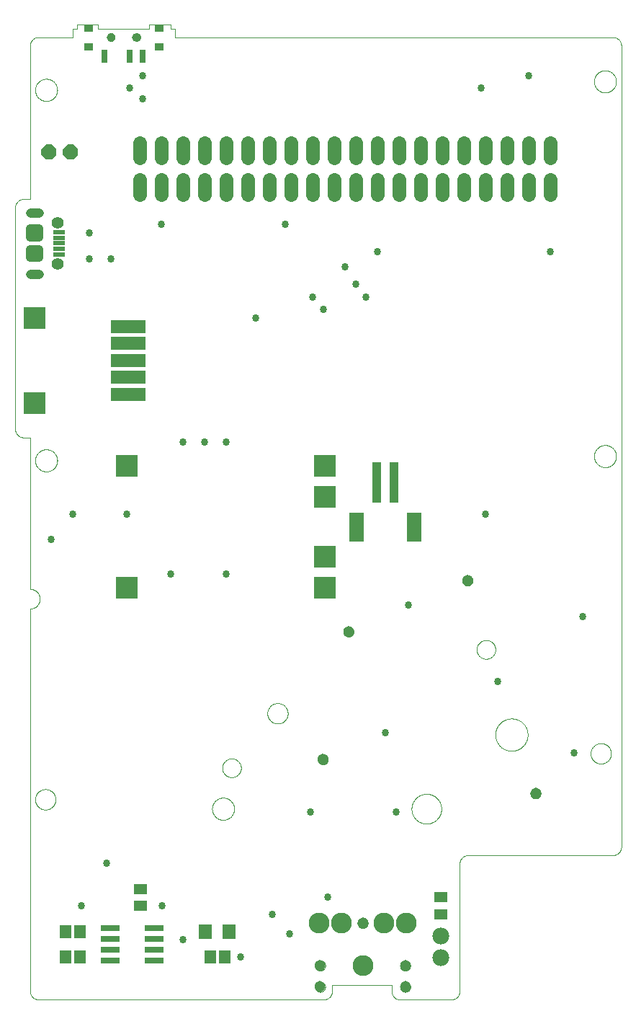
<source format=gbs>
G75*
%MOIN*%
%OFA0B0*%
%FSLAX25Y25*%
%IPPOS*%
%LPD*%
%AMOC8*
5,1,8,0,0,1.08239X$1,22.5*
%
%ADD10C,0.00000*%
%ADD11C,0.00039*%
%ADD12C,0.06400*%
%ADD13R,0.10400X0.10400*%
%ADD14C,0.05124*%
%ADD15OC8,0.07000*%
%ADD16R,0.04337X0.03550*%
%ADD17R,0.03156X0.06306*%
%ADD18C,0.03943*%
%ADD19R,0.09061X0.02762*%
%ADD20R,0.05518X0.06306*%
%ADD21R,0.16148X0.05912*%
%ADD22R,0.09849X0.09849*%
%ADD23C,0.07800*%
%ADD24R,0.04337X0.18510*%
%ADD25R,0.06699X0.13786*%
%ADD26C,0.03940*%
%ADD27R,0.05715X0.01975*%
%ADD28C,0.04400*%
%ADD29C,0.05550*%
%ADD30R,0.05912X0.06699*%
%ADD31R,0.05912X0.04731*%
%ADD32C,0.09600*%
%ADD33C,0.03378*%
D10*
X0020725Y0023079D02*
X0020725Y0199850D01*
X0020858Y0199852D01*
X0020991Y0199858D01*
X0021123Y0199868D01*
X0021256Y0199881D01*
X0021387Y0199899D01*
X0021519Y0199920D01*
X0021649Y0199945D01*
X0021779Y0199974D01*
X0021908Y0200007D01*
X0022035Y0200044D01*
X0022162Y0200084D01*
X0022288Y0200128D01*
X0022412Y0200176D01*
X0022534Y0200227D01*
X0022655Y0200282D01*
X0022775Y0200341D01*
X0022892Y0200402D01*
X0023008Y0200468D01*
X0023122Y0200536D01*
X0023234Y0200608D01*
X0023343Y0200684D01*
X0023451Y0200762D01*
X0023556Y0200844D01*
X0023658Y0200928D01*
X0023758Y0201016D01*
X0023856Y0201106D01*
X0023950Y0201200D01*
X0024042Y0201296D01*
X0024131Y0201395D01*
X0024217Y0201496D01*
X0024300Y0201600D01*
X0024380Y0201706D01*
X0024457Y0201814D01*
X0024531Y0201925D01*
X0024601Y0202038D01*
X0024668Y0202152D01*
X0024732Y0202269D01*
X0024792Y0202388D01*
X0024849Y0202508D01*
X0024902Y0202630D01*
X0024951Y0202753D01*
X0024997Y0202878D01*
X0025040Y0203004D01*
X0025078Y0203131D01*
X0025113Y0203260D01*
X0025144Y0203389D01*
X0025171Y0203519D01*
X0025194Y0203650D01*
X0025214Y0203781D01*
X0025229Y0203914D01*
X0025241Y0204046D01*
X0025249Y0204179D01*
X0025253Y0204312D01*
X0025253Y0204444D01*
X0025249Y0204577D01*
X0025241Y0204710D01*
X0025229Y0204842D01*
X0025214Y0204975D01*
X0025194Y0205106D01*
X0025171Y0205237D01*
X0025144Y0205367D01*
X0025113Y0205496D01*
X0025078Y0205625D01*
X0025040Y0205752D01*
X0024997Y0205878D01*
X0024951Y0206003D01*
X0024902Y0206126D01*
X0024849Y0206248D01*
X0024792Y0206368D01*
X0024732Y0206487D01*
X0024668Y0206604D01*
X0024601Y0206718D01*
X0024531Y0206831D01*
X0024457Y0206942D01*
X0024380Y0207050D01*
X0024300Y0207156D01*
X0024217Y0207260D01*
X0024131Y0207361D01*
X0024042Y0207460D01*
X0023950Y0207556D01*
X0023856Y0207650D01*
X0023758Y0207740D01*
X0023658Y0207828D01*
X0023556Y0207912D01*
X0023451Y0207994D01*
X0023343Y0208072D01*
X0023234Y0208148D01*
X0023122Y0208220D01*
X0023008Y0208288D01*
X0022892Y0208354D01*
X0022775Y0208415D01*
X0022655Y0208474D01*
X0022534Y0208529D01*
X0022412Y0208580D01*
X0022288Y0208628D01*
X0022162Y0208672D01*
X0022035Y0208712D01*
X0021908Y0208749D01*
X0021779Y0208782D01*
X0021649Y0208811D01*
X0021519Y0208836D01*
X0021387Y0208857D01*
X0021256Y0208875D01*
X0021123Y0208888D01*
X0020991Y0208898D01*
X0020858Y0208904D01*
X0020725Y0208906D01*
X0020725Y0278984D01*
X0017772Y0278984D01*
X0017648Y0278986D01*
X0017525Y0278992D01*
X0017401Y0279001D01*
X0017279Y0279015D01*
X0017156Y0279032D01*
X0017034Y0279054D01*
X0016913Y0279079D01*
X0016793Y0279108D01*
X0016674Y0279140D01*
X0016555Y0279177D01*
X0016438Y0279217D01*
X0016323Y0279260D01*
X0016208Y0279308D01*
X0016096Y0279359D01*
X0015985Y0279413D01*
X0015875Y0279471D01*
X0015768Y0279532D01*
X0015662Y0279597D01*
X0015559Y0279665D01*
X0015458Y0279736D01*
X0015359Y0279810D01*
X0015262Y0279887D01*
X0015168Y0279968D01*
X0015077Y0280051D01*
X0014988Y0280137D01*
X0014902Y0280226D01*
X0014819Y0280317D01*
X0014738Y0280411D01*
X0014661Y0280508D01*
X0014587Y0280607D01*
X0014516Y0280708D01*
X0014448Y0280811D01*
X0014383Y0280917D01*
X0014322Y0281024D01*
X0014264Y0281134D01*
X0014210Y0281245D01*
X0014159Y0281357D01*
X0014111Y0281472D01*
X0014068Y0281587D01*
X0014028Y0281704D01*
X0013991Y0281823D01*
X0013959Y0281942D01*
X0013930Y0282062D01*
X0013905Y0282183D01*
X0013883Y0282305D01*
X0013866Y0282428D01*
X0013852Y0282550D01*
X0013843Y0282674D01*
X0013837Y0282797D01*
X0013835Y0282921D01*
X0013835Y0385283D01*
X0013837Y0385407D01*
X0013843Y0385530D01*
X0013852Y0385654D01*
X0013866Y0385776D01*
X0013883Y0385899D01*
X0013905Y0386021D01*
X0013930Y0386142D01*
X0013959Y0386262D01*
X0013991Y0386381D01*
X0014028Y0386500D01*
X0014068Y0386617D01*
X0014111Y0386732D01*
X0014159Y0386847D01*
X0014210Y0386959D01*
X0014264Y0387070D01*
X0014322Y0387180D01*
X0014383Y0387287D01*
X0014448Y0387393D01*
X0014516Y0387496D01*
X0014587Y0387597D01*
X0014661Y0387696D01*
X0014738Y0387793D01*
X0014819Y0387887D01*
X0014902Y0387978D01*
X0014988Y0388067D01*
X0015077Y0388153D01*
X0015168Y0388236D01*
X0015262Y0388317D01*
X0015359Y0388394D01*
X0015458Y0388468D01*
X0015559Y0388539D01*
X0015662Y0388607D01*
X0015768Y0388672D01*
X0015875Y0388733D01*
X0015985Y0388791D01*
X0016096Y0388845D01*
X0016208Y0388896D01*
X0016323Y0388944D01*
X0016438Y0388987D01*
X0016555Y0389027D01*
X0016674Y0389064D01*
X0016793Y0389096D01*
X0016913Y0389125D01*
X0017034Y0389150D01*
X0017156Y0389172D01*
X0017279Y0389189D01*
X0017401Y0389203D01*
X0017525Y0389212D01*
X0017648Y0389218D01*
X0017772Y0389220D01*
X0020725Y0389220D01*
X0020725Y0460087D01*
X0020727Y0460211D01*
X0020733Y0460334D01*
X0020742Y0460458D01*
X0020756Y0460580D01*
X0020773Y0460703D01*
X0020795Y0460825D01*
X0020820Y0460946D01*
X0020849Y0461066D01*
X0020881Y0461185D01*
X0020918Y0461304D01*
X0020958Y0461421D01*
X0021001Y0461536D01*
X0021049Y0461651D01*
X0021100Y0461763D01*
X0021154Y0461874D01*
X0021212Y0461984D01*
X0021273Y0462091D01*
X0021338Y0462197D01*
X0021406Y0462300D01*
X0021477Y0462401D01*
X0021551Y0462500D01*
X0021628Y0462597D01*
X0021709Y0462691D01*
X0021792Y0462782D01*
X0021878Y0462871D01*
X0021967Y0462957D01*
X0022058Y0463040D01*
X0022152Y0463121D01*
X0022249Y0463198D01*
X0022348Y0463272D01*
X0022449Y0463343D01*
X0022552Y0463411D01*
X0022658Y0463476D01*
X0022765Y0463537D01*
X0022875Y0463595D01*
X0022986Y0463649D01*
X0023098Y0463700D01*
X0023213Y0463748D01*
X0023328Y0463791D01*
X0023445Y0463831D01*
X0023564Y0463868D01*
X0023683Y0463900D01*
X0023803Y0463929D01*
X0023924Y0463954D01*
X0024046Y0463976D01*
X0024169Y0463993D01*
X0024291Y0464007D01*
X0024415Y0464016D01*
X0024538Y0464022D01*
X0024662Y0464024D01*
X0040410Y0464024D01*
X0040410Y0467961D01*
X0042379Y0467961D01*
X0042379Y0469929D01*
X0052221Y0469929D01*
X0052221Y0467961D01*
X0075843Y0467961D01*
X0075843Y0469929D01*
X0085686Y0469929D01*
X0085686Y0467961D01*
X0087654Y0467961D01*
X0087654Y0464024D01*
X0290410Y0464024D01*
X0290534Y0464022D01*
X0290657Y0464016D01*
X0290781Y0464007D01*
X0290903Y0463993D01*
X0291026Y0463976D01*
X0291148Y0463954D01*
X0291269Y0463929D01*
X0291389Y0463900D01*
X0291508Y0463868D01*
X0291627Y0463831D01*
X0291744Y0463791D01*
X0291859Y0463748D01*
X0291974Y0463700D01*
X0292086Y0463649D01*
X0292197Y0463595D01*
X0292307Y0463537D01*
X0292414Y0463476D01*
X0292520Y0463411D01*
X0292623Y0463343D01*
X0292724Y0463272D01*
X0292823Y0463198D01*
X0292920Y0463121D01*
X0293014Y0463040D01*
X0293105Y0462957D01*
X0293194Y0462871D01*
X0293280Y0462782D01*
X0293363Y0462691D01*
X0293444Y0462597D01*
X0293521Y0462500D01*
X0293595Y0462401D01*
X0293666Y0462300D01*
X0293734Y0462197D01*
X0293799Y0462091D01*
X0293860Y0461984D01*
X0293918Y0461874D01*
X0293972Y0461763D01*
X0294023Y0461651D01*
X0294071Y0461536D01*
X0294114Y0461421D01*
X0294154Y0461304D01*
X0294191Y0461185D01*
X0294223Y0461066D01*
X0294252Y0460946D01*
X0294277Y0460825D01*
X0294299Y0460703D01*
X0294316Y0460580D01*
X0294330Y0460458D01*
X0294339Y0460334D01*
X0294345Y0460211D01*
X0294347Y0460087D01*
X0294347Y0089811D01*
X0294345Y0089687D01*
X0294339Y0089564D01*
X0294330Y0089440D01*
X0294316Y0089318D01*
X0294299Y0089195D01*
X0294277Y0089073D01*
X0294252Y0088952D01*
X0294223Y0088832D01*
X0294191Y0088713D01*
X0294154Y0088594D01*
X0294114Y0088477D01*
X0294071Y0088362D01*
X0294023Y0088247D01*
X0293972Y0088135D01*
X0293918Y0088024D01*
X0293860Y0087914D01*
X0293799Y0087807D01*
X0293734Y0087701D01*
X0293666Y0087598D01*
X0293595Y0087497D01*
X0293521Y0087398D01*
X0293444Y0087301D01*
X0293363Y0087207D01*
X0293280Y0087116D01*
X0293194Y0087027D01*
X0293105Y0086941D01*
X0293014Y0086858D01*
X0292920Y0086777D01*
X0292823Y0086700D01*
X0292724Y0086626D01*
X0292623Y0086555D01*
X0292520Y0086487D01*
X0292414Y0086422D01*
X0292307Y0086361D01*
X0292197Y0086303D01*
X0292086Y0086249D01*
X0291974Y0086198D01*
X0291859Y0086150D01*
X0291744Y0086107D01*
X0291627Y0086067D01*
X0291508Y0086030D01*
X0291389Y0085998D01*
X0291269Y0085969D01*
X0291148Y0085944D01*
X0291026Y0085922D01*
X0290903Y0085905D01*
X0290781Y0085891D01*
X0290657Y0085882D01*
X0290534Y0085876D01*
X0290410Y0085874D01*
X0223481Y0085874D01*
X0223357Y0085872D01*
X0223234Y0085866D01*
X0223110Y0085857D01*
X0222988Y0085843D01*
X0222865Y0085826D01*
X0222743Y0085804D01*
X0222622Y0085779D01*
X0222502Y0085750D01*
X0222383Y0085718D01*
X0222264Y0085681D01*
X0222147Y0085641D01*
X0222032Y0085598D01*
X0221917Y0085550D01*
X0221805Y0085499D01*
X0221694Y0085445D01*
X0221584Y0085387D01*
X0221477Y0085326D01*
X0221371Y0085261D01*
X0221268Y0085193D01*
X0221167Y0085122D01*
X0221068Y0085048D01*
X0220971Y0084971D01*
X0220877Y0084890D01*
X0220786Y0084807D01*
X0220697Y0084721D01*
X0220611Y0084632D01*
X0220528Y0084541D01*
X0220447Y0084447D01*
X0220370Y0084350D01*
X0220296Y0084251D01*
X0220225Y0084150D01*
X0220157Y0084047D01*
X0220092Y0083941D01*
X0220031Y0083834D01*
X0219973Y0083724D01*
X0219919Y0083613D01*
X0219868Y0083501D01*
X0219820Y0083386D01*
X0219777Y0083271D01*
X0219737Y0083154D01*
X0219700Y0083035D01*
X0219668Y0082916D01*
X0219639Y0082796D01*
X0219614Y0082675D01*
X0219592Y0082553D01*
X0219575Y0082430D01*
X0219561Y0082308D01*
X0219552Y0082184D01*
X0219546Y0082061D01*
X0219544Y0081937D01*
X0219544Y0023079D01*
X0219542Y0022955D01*
X0219536Y0022832D01*
X0219527Y0022708D01*
X0219513Y0022586D01*
X0219496Y0022463D01*
X0219474Y0022341D01*
X0219449Y0022220D01*
X0219420Y0022100D01*
X0219388Y0021981D01*
X0219351Y0021862D01*
X0219311Y0021745D01*
X0219268Y0021630D01*
X0219220Y0021515D01*
X0219169Y0021403D01*
X0219115Y0021292D01*
X0219057Y0021182D01*
X0218996Y0021075D01*
X0218931Y0020969D01*
X0218863Y0020866D01*
X0218792Y0020765D01*
X0218718Y0020666D01*
X0218641Y0020569D01*
X0218560Y0020475D01*
X0218477Y0020384D01*
X0218391Y0020295D01*
X0218302Y0020209D01*
X0218211Y0020126D01*
X0218117Y0020045D01*
X0218020Y0019968D01*
X0217921Y0019894D01*
X0217820Y0019823D01*
X0217717Y0019755D01*
X0217611Y0019690D01*
X0217504Y0019629D01*
X0217394Y0019571D01*
X0217283Y0019517D01*
X0217171Y0019466D01*
X0217056Y0019418D01*
X0216941Y0019375D01*
X0216824Y0019335D01*
X0216705Y0019298D01*
X0216586Y0019266D01*
X0216466Y0019237D01*
X0216345Y0019212D01*
X0216223Y0019190D01*
X0216100Y0019173D01*
X0215978Y0019159D01*
X0215854Y0019150D01*
X0215731Y0019144D01*
X0215607Y0019142D01*
X0191985Y0019142D01*
X0191861Y0019144D01*
X0191738Y0019150D01*
X0191614Y0019159D01*
X0191492Y0019173D01*
X0191369Y0019190D01*
X0191247Y0019212D01*
X0191126Y0019237D01*
X0191006Y0019266D01*
X0190887Y0019298D01*
X0190768Y0019335D01*
X0190651Y0019375D01*
X0190536Y0019418D01*
X0190421Y0019466D01*
X0190309Y0019517D01*
X0190198Y0019571D01*
X0190088Y0019629D01*
X0189981Y0019690D01*
X0189875Y0019755D01*
X0189772Y0019823D01*
X0189671Y0019894D01*
X0189572Y0019968D01*
X0189475Y0020045D01*
X0189381Y0020126D01*
X0189290Y0020209D01*
X0189201Y0020295D01*
X0189115Y0020384D01*
X0189032Y0020475D01*
X0188951Y0020569D01*
X0188874Y0020666D01*
X0188800Y0020765D01*
X0188729Y0020866D01*
X0188661Y0020969D01*
X0188596Y0021075D01*
X0188535Y0021182D01*
X0188477Y0021292D01*
X0188423Y0021403D01*
X0188372Y0021515D01*
X0188324Y0021630D01*
X0188281Y0021745D01*
X0188241Y0021862D01*
X0188204Y0021981D01*
X0188172Y0022100D01*
X0188143Y0022220D01*
X0188118Y0022341D01*
X0188096Y0022463D01*
X0188079Y0022586D01*
X0188065Y0022708D01*
X0188056Y0022832D01*
X0188050Y0022955D01*
X0188048Y0023079D01*
X0188048Y0026031D01*
X0160489Y0026031D01*
X0160489Y0023079D01*
X0160487Y0022955D01*
X0160481Y0022832D01*
X0160472Y0022708D01*
X0160458Y0022586D01*
X0160441Y0022463D01*
X0160419Y0022341D01*
X0160394Y0022220D01*
X0160365Y0022100D01*
X0160333Y0021981D01*
X0160296Y0021862D01*
X0160256Y0021745D01*
X0160213Y0021630D01*
X0160165Y0021515D01*
X0160114Y0021403D01*
X0160060Y0021292D01*
X0160002Y0021182D01*
X0159941Y0021075D01*
X0159876Y0020969D01*
X0159808Y0020866D01*
X0159737Y0020765D01*
X0159663Y0020666D01*
X0159586Y0020569D01*
X0159505Y0020475D01*
X0159422Y0020384D01*
X0159336Y0020295D01*
X0159247Y0020209D01*
X0159156Y0020126D01*
X0159062Y0020045D01*
X0158965Y0019968D01*
X0158866Y0019894D01*
X0158765Y0019823D01*
X0158662Y0019755D01*
X0158556Y0019690D01*
X0158449Y0019629D01*
X0158339Y0019571D01*
X0158228Y0019517D01*
X0158116Y0019466D01*
X0158001Y0019418D01*
X0157886Y0019375D01*
X0157769Y0019335D01*
X0157650Y0019298D01*
X0157531Y0019266D01*
X0157411Y0019237D01*
X0157290Y0019212D01*
X0157168Y0019190D01*
X0157045Y0019173D01*
X0156923Y0019159D01*
X0156799Y0019150D01*
X0156676Y0019144D01*
X0156552Y0019142D01*
X0024662Y0019142D01*
X0024538Y0019144D01*
X0024415Y0019150D01*
X0024291Y0019159D01*
X0024169Y0019173D01*
X0024046Y0019190D01*
X0023924Y0019212D01*
X0023803Y0019237D01*
X0023683Y0019266D01*
X0023564Y0019298D01*
X0023445Y0019335D01*
X0023328Y0019375D01*
X0023213Y0019418D01*
X0023098Y0019466D01*
X0022986Y0019517D01*
X0022875Y0019571D01*
X0022765Y0019629D01*
X0022658Y0019690D01*
X0022552Y0019755D01*
X0022449Y0019823D01*
X0022348Y0019894D01*
X0022249Y0019968D01*
X0022152Y0020045D01*
X0022058Y0020126D01*
X0021967Y0020209D01*
X0021878Y0020295D01*
X0021792Y0020384D01*
X0021709Y0020475D01*
X0021628Y0020569D01*
X0021551Y0020666D01*
X0021477Y0020765D01*
X0021406Y0020866D01*
X0021338Y0020969D01*
X0021273Y0021075D01*
X0021212Y0021182D01*
X0021154Y0021292D01*
X0021100Y0021403D01*
X0021049Y0021515D01*
X0021001Y0021630D01*
X0020958Y0021745D01*
X0020918Y0021862D01*
X0020881Y0021981D01*
X0020849Y0022100D01*
X0020820Y0022220D01*
X0020795Y0022341D01*
X0020773Y0022463D01*
X0020756Y0022586D01*
X0020742Y0022708D01*
X0020733Y0022832D01*
X0020727Y0022955D01*
X0020725Y0023079D01*
X0152615Y0025047D02*
X0152617Y0025144D01*
X0152623Y0025241D01*
X0152633Y0025337D01*
X0152647Y0025433D01*
X0152665Y0025529D01*
X0152686Y0025623D01*
X0152712Y0025717D01*
X0152741Y0025809D01*
X0152775Y0025900D01*
X0152811Y0025990D01*
X0152852Y0026078D01*
X0152896Y0026164D01*
X0152944Y0026249D01*
X0152995Y0026331D01*
X0153049Y0026412D01*
X0153107Y0026490D01*
X0153168Y0026565D01*
X0153231Y0026638D01*
X0153298Y0026709D01*
X0153368Y0026776D01*
X0153440Y0026841D01*
X0153515Y0026902D01*
X0153593Y0026961D01*
X0153672Y0027016D01*
X0153754Y0027068D01*
X0153838Y0027116D01*
X0153924Y0027161D01*
X0154012Y0027203D01*
X0154101Y0027241D01*
X0154192Y0027275D01*
X0154284Y0027305D01*
X0154377Y0027332D01*
X0154472Y0027354D01*
X0154567Y0027373D01*
X0154663Y0027388D01*
X0154759Y0027399D01*
X0154856Y0027406D01*
X0154953Y0027409D01*
X0155050Y0027408D01*
X0155147Y0027403D01*
X0155243Y0027394D01*
X0155339Y0027381D01*
X0155435Y0027364D01*
X0155530Y0027343D01*
X0155623Y0027319D01*
X0155716Y0027290D01*
X0155808Y0027258D01*
X0155898Y0027222D01*
X0155986Y0027183D01*
X0156073Y0027139D01*
X0156158Y0027093D01*
X0156241Y0027042D01*
X0156322Y0026989D01*
X0156400Y0026932D01*
X0156477Y0026872D01*
X0156550Y0026809D01*
X0156621Y0026743D01*
X0156689Y0026674D01*
X0156755Y0026602D01*
X0156817Y0026528D01*
X0156876Y0026451D01*
X0156932Y0026372D01*
X0156985Y0026290D01*
X0157035Y0026207D01*
X0157080Y0026121D01*
X0157123Y0026034D01*
X0157162Y0025945D01*
X0157197Y0025855D01*
X0157228Y0025763D01*
X0157255Y0025670D01*
X0157279Y0025576D01*
X0157299Y0025481D01*
X0157315Y0025385D01*
X0157327Y0025289D01*
X0157335Y0025192D01*
X0157339Y0025095D01*
X0157339Y0024999D01*
X0157335Y0024902D01*
X0157327Y0024805D01*
X0157315Y0024709D01*
X0157299Y0024613D01*
X0157279Y0024518D01*
X0157255Y0024424D01*
X0157228Y0024331D01*
X0157197Y0024239D01*
X0157162Y0024149D01*
X0157123Y0024060D01*
X0157080Y0023973D01*
X0157035Y0023887D01*
X0156985Y0023804D01*
X0156932Y0023722D01*
X0156876Y0023643D01*
X0156817Y0023566D01*
X0156755Y0023492D01*
X0156689Y0023420D01*
X0156621Y0023351D01*
X0156550Y0023285D01*
X0156477Y0023222D01*
X0156400Y0023162D01*
X0156322Y0023105D01*
X0156241Y0023052D01*
X0156158Y0023001D01*
X0156073Y0022955D01*
X0155986Y0022911D01*
X0155898Y0022872D01*
X0155808Y0022836D01*
X0155716Y0022804D01*
X0155623Y0022775D01*
X0155530Y0022751D01*
X0155435Y0022730D01*
X0155339Y0022713D01*
X0155243Y0022700D01*
X0155147Y0022691D01*
X0155050Y0022686D01*
X0154953Y0022685D01*
X0154856Y0022688D01*
X0154759Y0022695D01*
X0154663Y0022706D01*
X0154567Y0022721D01*
X0154472Y0022740D01*
X0154377Y0022762D01*
X0154284Y0022789D01*
X0154192Y0022819D01*
X0154101Y0022853D01*
X0154012Y0022891D01*
X0153924Y0022933D01*
X0153838Y0022978D01*
X0153754Y0023026D01*
X0153672Y0023078D01*
X0153593Y0023133D01*
X0153515Y0023192D01*
X0153440Y0023253D01*
X0153368Y0023318D01*
X0153298Y0023385D01*
X0153231Y0023456D01*
X0153168Y0023529D01*
X0153107Y0023604D01*
X0153049Y0023682D01*
X0152995Y0023763D01*
X0152944Y0023845D01*
X0152896Y0023930D01*
X0152852Y0024016D01*
X0152811Y0024104D01*
X0152775Y0024194D01*
X0152741Y0024285D01*
X0152712Y0024377D01*
X0152686Y0024471D01*
X0152665Y0024565D01*
X0152647Y0024661D01*
X0152633Y0024757D01*
X0152623Y0024853D01*
X0152617Y0024950D01*
X0152615Y0025047D01*
X0152615Y0034890D02*
X0152617Y0034987D01*
X0152623Y0035084D01*
X0152633Y0035180D01*
X0152647Y0035276D01*
X0152665Y0035372D01*
X0152686Y0035466D01*
X0152712Y0035560D01*
X0152741Y0035652D01*
X0152775Y0035743D01*
X0152811Y0035833D01*
X0152852Y0035921D01*
X0152896Y0036007D01*
X0152944Y0036092D01*
X0152995Y0036174D01*
X0153049Y0036255D01*
X0153107Y0036333D01*
X0153168Y0036408D01*
X0153231Y0036481D01*
X0153298Y0036552D01*
X0153368Y0036619D01*
X0153440Y0036684D01*
X0153515Y0036745D01*
X0153593Y0036804D01*
X0153672Y0036859D01*
X0153754Y0036911D01*
X0153838Y0036959D01*
X0153924Y0037004D01*
X0154012Y0037046D01*
X0154101Y0037084D01*
X0154192Y0037118D01*
X0154284Y0037148D01*
X0154377Y0037175D01*
X0154472Y0037197D01*
X0154567Y0037216D01*
X0154663Y0037231D01*
X0154759Y0037242D01*
X0154856Y0037249D01*
X0154953Y0037252D01*
X0155050Y0037251D01*
X0155147Y0037246D01*
X0155243Y0037237D01*
X0155339Y0037224D01*
X0155435Y0037207D01*
X0155530Y0037186D01*
X0155623Y0037162D01*
X0155716Y0037133D01*
X0155808Y0037101D01*
X0155898Y0037065D01*
X0155986Y0037026D01*
X0156073Y0036982D01*
X0156158Y0036936D01*
X0156241Y0036885D01*
X0156322Y0036832D01*
X0156400Y0036775D01*
X0156477Y0036715D01*
X0156550Y0036652D01*
X0156621Y0036586D01*
X0156689Y0036517D01*
X0156755Y0036445D01*
X0156817Y0036371D01*
X0156876Y0036294D01*
X0156932Y0036215D01*
X0156985Y0036133D01*
X0157035Y0036050D01*
X0157080Y0035964D01*
X0157123Y0035877D01*
X0157162Y0035788D01*
X0157197Y0035698D01*
X0157228Y0035606D01*
X0157255Y0035513D01*
X0157279Y0035419D01*
X0157299Y0035324D01*
X0157315Y0035228D01*
X0157327Y0035132D01*
X0157335Y0035035D01*
X0157339Y0034938D01*
X0157339Y0034842D01*
X0157335Y0034745D01*
X0157327Y0034648D01*
X0157315Y0034552D01*
X0157299Y0034456D01*
X0157279Y0034361D01*
X0157255Y0034267D01*
X0157228Y0034174D01*
X0157197Y0034082D01*
X0157162Y0033992D01*
X0157123Y0033903D01*
X0157080Y0033816D01*
X0157035Y0033730D01*
X0156985Y0033647D01*
X0156932Y0033565D01*
X0156876Y0033486D01*
X0156817Y0033409D01*
X0156755Y0033335D01*
X0156689Y0033263D01*
X0156621Y0033194D01*
X0156550Y0033128D01*
X0156477Y0033065D01*
X0156400Y0033005D01*
X0156322Y0032948D01*
X0156241Y0032895D01*
X0156158Y0032844D01*
X0156073Y0032798D01*
X0155986Y0032754D01*
X0155898Y0032715D01*
X0155808Y0032679D01*
X0155716Y0032647D01*
X0155623Y0032618D01*
X0155530Y0032594D01*
X0155435Y0032573D01*
X0155339Y0032556D01*
X0155243Y0032543D01*
X0155147Y0032534D01*
X0155050Y0032529D01*
X0154953Y0032528D01*
X0154856Y0032531D01*
X0154759Y0032538D01*
X0154663Y0032549D01*
X0154567Y0032564D01*
X0154472Y0032583D01*
X0154377Y0032605D01*
X0154284Y0032632D01*
X0154192Y0032662D01*
X0154101Y0032696D01*
X0154012Y0032734D01*
X0153924Y0032776D01*
X0153838Y0032821D01*
X0153754Y0032869D01*
X0153672Y0032921D01*
X0153593Y0032976D01*
X0153515Y0033035D01*
X0153440Y0033096D01*
X0153368Y0033161D01*
X0153298Y0033228D01*
X0153231Y0033299D01*
X0153168Y0033372D01*
X0153107Y0033447D01*
X0153049Y0033525D01*
X0152995Y0033606D01*
X0152944Y0033688D01*
X0152896Y0033773D01*
X0152852Y0033859D01*
X0152811Y0033947D01*
X0152775Y0034037D01*
X0152741Y0034128D01*
X0152712Y0034220D01*
X0152686Y0034314D01*
X0152665Y0034408D01*
X0152647Y0034504D01*
X0152633Y0034600D01*
X0152623Y0034696D01*
X0152617Y0034793D01*
X0152615Y0034890D01*
X0172300Y0054575D02*
X0172302Y0054672D01*
X0172308Y0054769D01*
X0172318Y0054865D01*
X0172332Y0054961D01*
X0172350Y0055057D01*
X0172371Y0055151D01*
X0172397Y0055245D01*
X0172426Y0055337D01*
X0172460Y0055428D01*
X0172496Y0055518D01*
X0172537Y0055606D01*
X0172581Y0055692D01*
X0172629Y0055777D01*
X0172680Y0055859D01*
X0172734Y0055940D01*
X0172792Y0056018D01*
X0172853Y0056093D01*
X0172916Y0056166D01*
X0172983Y0056237D01*
X0173053Y0056304D01*
X0173125Y0056369D01*
X0173200Y0056430D01*
X0173278Y0056489D01*
X0173357Y0056544D01*
X0173439Y0056596D01*
X0173523Y0056644D01*
X0173609Y0056689D01*
X0173697Y0056731D01*
X0173786Y0056769D01*
X0173877Y0056803D01*
X0173969Y0056833D01*
X0174062Y0056860D01*
X0174157Y0056882D01*
X0174252Y0056901D01*
X0174348Y0056916D01*
X0174444Y0056927D01*
X0174541Y0056934D01*
X0174638Y0056937D01*
X0174735Y0056936D01*
X0174832Y0056931D01*
X0174928Y0056922D01*
X0175024Y0056909D01*
X0175120Y0056892D01*
X0175215Y0056871D01*
X0175308Y0056847D01*
X0175401Y0056818D01*
X0175493Y0056786D01*
X0175583Y0056750D01*
X0175671Y0056711D01*
X0175758Y0056667D01*
X0175843Y0056621D01*
X0175926Y0056570D01*
X0176007Y0056517D01*
X0176085Y0056460D01*
X0176162Y0056400D01*
X0176235Y0056337D01*
X0176306Y0056271D01*
X0176374Y0056202D01*
X0176440Y0056130D01*
X0176502Y0056056D01*
X0176561Y0055979D01*
X0176617Y0055900D01*
X0176670Y0055818D01*
X0176720Y0055735D01*
X0176765Y0055649D01*
X0176808Y0055562D01*
X0176847Y0055473D01*
X0176882Y0055383D01*
X0176913Y0055291D01*
X0176940Y0055198D01*
X0176964Y0055104D01*
X0176984Y0055009D01*
X0177000Y0054913D01*
X0177012Y0054817D01*
X0177020Y0054720D01*
X0177024Y0054623D01*
X0177024Y0054527D01*
X0177020Y0054430D01*
X0177012Y0054333D01*
X0177000Y0054237D01*
X0176984Y0054141D01*
X0176964Y0054046D01*
X0176940Y0053952D01*
X0176913Y0053859D01*
X0176882Y0053767D01*
X0176847Y0053677D01*
X0176808Y0053588D01*
X0176765Y0053501D01*
X0176720Y0053415D01*
X0176670Y0053332D01*
X0176617Y0053250D01*
X0176561Y0053171D01*
X0176502Y0053094D01*
X0176440Y0053020D01*
X0176374Y0052948D01*
X0176306Y0052879D01*
X0176235Y0052813D01*
X0176162Y0052750D01*
X0176085Y0052690D01*
X0176007Y0052633D01*
X0175926Y0052580D01*
X0175843Y0052529D01*
X0175758Y0052483D01*
X0175671Y0052439D01*
X0175583Y0052400D01*
X0175493Y0052364D01*
X0175401Y0052332D01*
X0175308Y0052303D01*
X0175215Y0052279D01*
X0175120Y0052258D01*
X0175024Y0052241D01*
X0174928Y0052228D01*
X0174832Y0052219D01*
X0174735Y0052214D01*
X0174638Y0052213D01*
X0174541Y0052216D01*
X0174444Y0052223D01*
X0174348Y0052234D01*
X0174252Y0052249D01*
X0174157Y0052268D01*
X0174062Y0052290D01*
X0173969Y0052317D01*
X0173877Y0052347D01*
X0173786Y0052381D01*
X0173697Y0052419D01*
X0173609Y0052461D01*
X0173523Y0052506D01*
X0173439Y0052554D01*
X0173357Y0052606D01*
X0173278Y0052661D01*
X0173200Y0052720D01*
X0173125Y0052781D01*
X0173053Y0052846D01*
X0172983Y0052913D01*
X0172916Y0052984D01*
X0172853Y0053057D01*
X0172792Y0053132D01*
X0172734Y0053210D01*
X0172680Y0053291D01*
X0172629Y0053373D01*
X0172581Y0053458D01*
X0172537Y0053544D01*
X0172496Y0053632D01*
X0172460Y0053722D01*
X0172426Y0053813D01*
X0172397Y0053905D01*
X0172371Y0053999D01*
X0172350Y0054093D01*
X0172332Y0054189D01*
X0172318Y0054285D01*
X0172308Y0054381D01*
X0172302Y0054478D01*
X0172300Y0054575D01*
X0191985Y0034890D02*
X0191987Y0034987D01*
X0191993Y0035084D01*
X0192003Y0035180D01*
X0192017Y0035276D01*
X0192035Y0035372D01*
X0192056Y0035466D01*
X0192082Y0035560D01*
X0192111Y0035652D01*
X0192145Y0035743D01*
X0192181Y0035833D01*
X0192222Y0035921D01*
X0192266Y0036007D01*
X0192314Y0036092D01*
X0192365Y0036174D01*
X0192419Y0036255D01*
X0192477Y0036333D01*
X0192538Y0036408D01*
X0192601Y0036481D01*
X0192668Y0036552D01*
X0192738Y0036619D01*
X0192810Y0036684D01*
X0192885Y0036745D01*
X0192963Y0036804D01*
X0193042Y0036859D01*
X0193124Y0036911D01*
X0193208Y0036959D01*
X0193294Y0037004D01*
X0193382Y0037046D01*
X0193471Y0037084D01*
X0193562Y0037118D01*
X0193654Y0037148D01*
X0193747Y0037175D01*
X0193842Y0037197D01*
X0193937Y0037216D01*
X0194033Y0037231D01*
X0194129Y0037242D01*
X0194226Y0037249D01*
X0194323Y0037252D01*
X0194420Y0037251D01*
X0194517Y0037246D01*
X0194613Y0037237D01*
X0194709Y0037224D01*
X0194805Y0037207D01*
X0194900Y0037186D01*
X0194993Y0037162D01*
X0195086Y0037133D01*
X0195178Y0037101D01*
X0195268Y0037065D01*
X0195356Y0037026D01*
X0195443Y0036982D01*
X0195528Y0036936D01*
X0195611Y0036885D01*
X0195692Y0036832D01*
X0195770Y0036775D01*
X0195847Y0036715D01*
X0195920Y0036652D01*
X0195991Y0036586D01*
X0196059Y0036517D01*
X0196125Y0036445D01*
X0196187Y0036371D01*
X0196246Y0036294D01*
X0196302Y0036215D01*
X0196355Y0036133D01*
X0196405Y0036050D01*
X0196450Y0035964D01*
X0196493Y0035877D01*
X0196532Y0035788D01*
X0196567Y0035698D01*
X0196598Y0035606D01*
X0196625Y0035513D01*
X0196649Y0035419D01*
X0196669Y0035324D01*
X0196685Y0035228D01*
X0196697Y0035132D01*
X0196705Y0035035D01*
X0196709Y0034938D01*
X0196709Y0034842D01*
X0196705Y0034745D01*
X0196697Y0034648D01*
X0196685Y0034552D01*
X0196669Y0034456D01*
X0196649Y0034361D01*
X0196625Y0034267D01*
X0196598Y0034174D01*
X0196567Y0034082D01*
X0196532Y0033992D01*
X0196493Y0033903D01*
X0196450Y0033816D01*
X0196405Y0033730D01*
X0196355Y0033647D01*
X0196302Y0033565D01*
X0196246Y0033486D01*
X0196187Y0033409D01*
X0196125Y0033335D01*
X0196059Y0033263D01*
X0195991Y0033194D01*
X0195920Y0033128D01*
X0195847Y0033065D01*
X0195770Y0033005D01*
X0195692Y0032948D01*
X0195611Y0032895D01*
X0195528Y0032844D01*
X0195443Y0032798D01*
X0195356Y0032754D01*
X0195268Y0032715D01*
X0195178Y0032679D01*
X0195086Y0032647D01*
X0194993Y0032618D01*
X0194900Y0032594D01*
X0194805Y0032573D01*
X0194709Y0032556D01*
X0194613Y0032543D01*
X0194517Y0032534D01*
X0194420Y0032529D01*
X0194323Y0032528D01*
X0194226Y0032531D01*
X0194129Y0032538D01*
X0194033Y0032549D01*
X0193937Y0032564D01*
X0193842Y0032583D01*
X0193747Y0032605D01*
X0193654Y0032632D01*
X0193562Y0032662D01*
X0193471Y0032696D01*
X0193382Y0032734D01*
X0193294Y0032776D01*
X0193208Y0032821D01*
X0193124Y0032869D01*
X0193042Y0032921D01*
X0192963Y0032976D01*
X0192885Y0033035D01*
X0192810Y0033096D01*
X0192738Y0033161D01*
X0192668Y0033228D01*
X0192601Y0033299D01*
X0192538Y0033372D01*
X0192477Y0033447D01*
X0192419Y0033525D01*
X0192365Y0033606D01*
X0192314Y0033688D01*
X0192266Y0033773D01*
X0192222Y0033859D01*
X0192181Y0033947D01*
X0192145Y0034037D01*
X0192111Y0034128D01*
X0192082Y0034220D01*
X0192056Y0034314D01*
X0192035Y0034408D01*
X0192017Y0034504D01*
X0192003Y0034600D01*
X0191993Y0034696D01*
X0191987Y0034793D01*
X0191985Y0034890D01*
X0191985Y0025047D02*
X0191987Y0025144D01*
X0191993Y0025241D01*
X0192003Y0025337D01*
X0192017Y0025433D01*
X0192035Y0025529D01*
X0192056Y0025623D01*
X0192082Y0025717D01*
X0192111Y0025809D01*
X0192145Y0025900D01*
X0192181Y0025990D01*
X0192222Y0026078D01*
X0192266Y0026164D01*
X0192314Y0026249D01*
X0192365Y0026331D01*
X0192419Y0026412D01*
X0192477Y0026490D01*
X0192538Y0026565D01*
X0192601Y0026638D01*
X0192668Y0026709D01*
X0192738Y0026776D01*
X0192810Y0026841D01*
X0192885Y0026902D01*
X0192963Y0026961D01*
X0193042Y0027016D01*
X0193124Y0027068D01*
X0193208Y0027116D01*
X0193294Y0027161D01*
X0193382Y0027203D01*
X0193471Y0027241D01*
X0193562Y0027275D01*
X0193654Y0027305D01*
X0193747Y0027332D01*
X0193842Y0027354D01*
X0193937Y0027373D01*
X0194033Y0027388D01*
X0194129Y0027399D01*
X0194226Y0027406D01*
X0194323Y0027409D01*
X0194420Y0027408D01*
X0194517Y0027403D01*
X0194613Y0027394D01*
X0194709Y0027381D01*
X0194805Y0027364D01*
X0194900Y0027343D01*
X0194993Y0027319D01*
X0195086Y0027290D01*
X0195178Y0027258D01*
X0195268Y0027222D01*
X0195356Y0027183D01*
X0195443Y0027139D01*
X0195528Y0027093D01*
X0195611Y0027042D01*
X0195692Y0026989D01*
X0195770Y0026932D01*
X0195847Y0026872D01*
X0195920Y0026809D01*
X0195991Y0026743D01*
X0196059Y0026674D01*
X0196125Y0026602D01*
X0196187Y0026528D01*
X0196246Y0026451D01*
X0196302Y0026372D01*
X0196355Y0026290D01*
X0196405Y0026207D01*
X0196450Y0026121D01*
X0196493Y0026034D01*
X0196532Y0025945D01*
X0196567Y0025855D01*
X0196598Y0025763D01*
X0196625Y0025670D01*
X0196649Y0025576D01*
X0196669Y0025481D01*
X0196685Y0025385D01*
X0196697Y0025289D01*
X0196705Y0025192D01*
X0196709Y0025095D01*
X0196709Y0024999D01*
X0196705Y0024902D01*
X0196697Y0024805D01*
X0196685Y0024709D01*
X0196669Y0024613D01*
X0196649Y0024518D01*
X0196625Y0024424D01*
X0196598Y0024331D01*
X0196567Y0024239D01*
X0196532Y0024149D01*
X0196493Y0024060D01*
X0196450Y0023973D01*
X0196405Y0023887D01*
X0196355Y0023804D01*
X0196302Y0023722D01*
X0196246Y0023643D01*
X0196187Y0023566D01*
X0196125Y0023492D01*
X0196059Y0023420D01*
X0195991Y0023351D01*
X0195920Y0023285D01*
X0195847Y0023222D01*
X0195770Y0023162D01*
X0195692Y0023105D01*
X0195611Y0023052D01*
X0195528Y0023001D01*
X0195443Y0022955D01*
X0195356Y0022911D01*
X0195268Y0022872D01*
X0195178Y0022836D01*
X0195086Y0022804D01*
X0194993Y0022775D01*
X0194900Y0022751D01*
X0194805Y0022730D01*
X0194709Y0022713D01*
X0194613Y0022700D01*
X0194517Y0022691D01*
X0194420Y0022686D01*
X0194323Y0022685D01*
X0194226Y0022688D01*
X0194129Y0022695D01*
X0194033Y0022706D01*
X0193937Y0022721D01*
X0193842Y0022740D01*
X0193747Y0022762D01*
X0193654Y0022789D01*
X0193562Y0022819D01*
X0193471Y0022853D01*
X0193382Y0022891D01*
X0193294Y0022933D01*
X0193208Y0022978D01*
X0193124Y0023026D01*
X0193042Y0023078D01*
X0192963Y0023133D01*
X0192885Y0023192D01*
X0192810Y0023253D01*
X0192738Y0023318D01*
X0192668Y0023385D01*
X0192601Y0023456D01*
X0192538Y0023529D01*
X0192477Y0023604D01*
X0192419Y0023682D01*
X0192365Y0023763D01*
X0192314Y0023845D01*
X0192266Y0023930D01*
X0192222Y0024016D01*
X0192181Y0024104D01*
X0192145Y0024194D01*
X0192111Y0024285D01*
X0192082Y0024377D01*
X0192056Y0024471D01*
X0192035Y0024565D01*
X0192017Y0024661D01*
X0192003Y0024757D01*
X0191993Y0024853D01*
X0191987Y0024950D01*
X0191985Y0025047D01*
X0252300Y0114457D02*
X0252302Y0114554D01*
X0252308Y0114651D01*
X0252318Y0114747D01*
X0252332Y0114843D01*
X0252350Y0114939D01*
X0252371Y0115033D01*
X0252397Y0115127D01*
X0252426Y0115219D01*
X0252460Y0115310D01*
X0252496Y0115400D01*
X0252537Y0115488D01*
X0252581Y0115574D01*
X0252629Y0115659D01*
X0252680Y0115741D01*
X0252734Y0115822D01*
X0252792Y0115900D01*
X0252853Y0115975D01*
X0252916Y0116048D01*
X0252983Y0116119D01*
X0253053Y0116186D01*
X0253125Y0116251D01*
X0253200Y0116312D01*
X0253278Y0116371D01*
X0253357Y0116426D01*
X0253439Y0116478D01*
X0253523Y0116526D01*
X0253609Y0116571D01*
X0253697Y0116613D01*
X0253786Y0116651D01*
X0253877Y0116685D01*
X0253969Y0116715D01*
X0254062Y0116742D01*
X0254157Y0116764D01*
X0254252Y0116783D01*
X0254348Y0116798D01*
X0254444Y0116809D01*
X0254541Y0116816D01*
X0254638Y0116819D01*
X0254735Y0116818D01*
X0254832Y0116813D01*
X0254928Y0116804D01*
X0255024Y0116791D01*
X0255120Y0116774D01*
X0255215Y0116753D01*
X0255308Y0116729D01*
X0255401Y0116700D01*
X0255493Y0116668D01*
X0255583Y0116632D01*
X0255671Y0116593D01*
X0255758Y0116549D01*
X0255843Y0116503D01*
X0255926Y0116452D01*
X0256007Y0116399D01*
X0256085Y0116342D01*
X0256162Y0116282D01*
X0256235Y0116219D01*
X0256306Y0116153D01*
X0256374Y0116084D01*
X0256440Y0116012D01*
X0256502Y0115938D01*
X0256561Y0115861D01*
X0256617Y0115782D01*
X0256670Y0115700D01*
X0256720Y0115617D01*
X0256765Y0115531D01*
X0256808Y0115444D01*
X0256847Y0115355D01*
X0256882Y0115265D01*
X0256913Y0115173D01*
X0256940Y0115080D01*
X0256964Y0114986D01*
X0256984Y0114891D01*
X0257000Y0114795D01*
X0257012Y0114699D01*
X0257020Y0114602D01*
X0257024Y0114505D01*
X0257024Y0114409D01*
X0257020Y0114312D01*
X0257012Y0114215D01*
X0257000Y0114119D01*
X0256984Y0114023D01*
X0256964Y0113928D01*
X0256940Y0113834D01*
X0256913Y0113741D01*
X0256882Y0113649D01*
X0256847Y0113559D01*
X0256808Y0113470D01*
X0256765Y0113383D01*
X0256720Y0113297D01*
X0256670Y0113214D01*
X0256617Y0113132D01*
X0256561Y0113053D01*
X0256502Y0112976D01*
X0256440Y0112902D01*
X0256374Y0112830D01*
X0256306Y0112761D01*
X0256235Y0112695D01*
X0256162Y0112632D01*
X0256085Y0112572D01*
X0256007Y0112515D01*
X0255926Y0112462D01*
X0255843Y0112411D01*
X0255758Y0112365D01*
X0255671Y0112321D01*
X0255583Y0112282D01*
X0255493Y0112246D01*
X0255401Y0112214D01*
X0255308Y0112185D01*
X0255215Y0112161D01*
X0255120Y0112140D01*
X0255024Y0112123D01*
X0254928Y0112110D01*
X0254832Y0112101D01*
X0254735Y0112096D01*
X0254638Y0112095D01*
X0254541Y0112098D01*
X0254444Y0112105D01*
X0254348Y0112116D01*
X0254252Y0112131D01*
X0254157Y0112150D01*
X0254062Y0112172D01*
X0253969Y0112199D01*
X0253877Y0112229D01*
X0253786Y0112263D01*
X0253697Y0112301D01*
X0253609Y0112343D01*
X0253523Y0112388D01*
X0253439Y0112436D01*
X0253357Y0112488D01*
X0253278Y0112543D01*
X0253200Y0112602D01*
X0253125Y0112663D01*
X0253053Y0112728D01*
X0252983Y0112795D01*
X0252916Y0112866D01*
X0252853Y0112939D01*
X0252792Y0113014D01*
X0252734Y0113092D01*
X0252680Y0113173D01*
X0252629Y0113255D01*
X0252581Y0113340D01*
X0252537Y0113426D01*
X0252496Y0113514D01*
X0252460Y0113604D01*
X0252426Y0113695D01*
X0252397Y0113787D01*
X0252371Y0113881D01*
X0252350Y0113975D01*
X0252332Y0114071D01*
X0252318Y0114167D01*
X0252308Y0114263D01*
X0252302Y0114360D01*
X0252300Y0114457D01*
X0220804Y0212882D02*
X0220806Y0212979D01*
X0220812Y0213076D01*
X0220822Y0213172D01*
X0220836Y0213268D01*
X0220854Y0213364D01*
X0220875Y0213458D01*
X0220901Y0213552D01*
X0220930Y0213644D01*
X0220964Y0213735D01*
X0221000Y0213825D01*
X0221041Y0213913D01*
X0221085Y0213999D01*
X0221133Y0214084D01*
X0221184Y0214166D01*
X0221238Y0214247D01*
X0221296Y0214325D01*
X0221357Y0214400D01*
X0221420Y0214473D01*
X0221487Y0214544D01*
X0221557Y0214611D01*
X0221629Y0214676D01*
X0221704Y0214737D01*
X0221782Y0214796D01*
X0221861Y0214851D01*
X0221943Y0214903D01*
X0222027Y0214951D01*
X0222113Y0214996D01*
X0222201Y0215038D01*
X0222290Y0215076D01*
X0222381Y0215110D01*
X0222473Y0215140D01*
X0222566Y0215167D01*
X0222661Y0215189D01*
X0222756Y0215208D01*
X0222852Y0215223D01*
X0222948Y0215234D01*
X0223045Y0215241D01*
X0223142Y0215244D01*
X0223239Y0215243D01*
X0223336Y0215238D01*
X0223432Y0215229D01*
X0223528Y0215216D01*
X0223624Y0215199D01*
X0223719Y0215178D01*
X0223812Y0215154D01*
X0223905Y0215125D01*
X0223997Y0215093D01*
X0224087Y0215057D01*
X0224175Y0215018D01*
X0224262Y0214974D01*
X0224347Y0214928D01*
X0224430Y0214877D01*
X0224511Y0214824D01*
X0224589Y0214767D01*
X0224666Y0214707D01*
X0224739Y0214644D01*
X0224810Y0214578D01*
X0224878Y0214509D01*
X0224944Y0214437D01*
X0225006Y0214363D01*
X0225065Y0214286D01*
X0225121Y0214207D01*
X0225174Y0214125D01*
X0225224Y0214042D01*
X0225269Y0213956D01*
X0225312Y0213869D01*
X0225351Y0213780D01*
X0225386Y0213690D01*
X0225417Y0213598D01*
X0225444Y0213505D01*
X0225468Y0213411D01*
X0225488Y0213316D01*
X0225504Y0213220D01*
X0225516Y0213124D01*
X0225524Y0213027D01*
X0225528Y0212930D01*
X0225528Y0212834D01*
X0225524Y0212737D01*
X0225516Y0212640D01*
X0225504Y0212544D01*
X0225488Y0212448D01*
X0225468Y0212353D01*
X0225444Y0212259D01*
X0225417Y0212166D01*
X0225386Y0212074D01*
X0225351Y0211984D01*
X0225312Y0211895D01*
X0225269Y0211808D01*
X0225224Y0211722D01*
X0225174Y0211639D01*
X0225121Y0211557D01*
X0225065Y0211478D01*
X0225006Y0211401D01*
X0224944Y0211327D01*
X0224878Y0211255D01*
X0224810Y0211186D01*
X0224739Y0211120D01*
X0224666Y0211057D01*
X0224589Y0210997D01*
X0224511Y0210940D01*
X0224430Y0210887D01*
X0224347Y0210836D01*
X0224262Y0210790D01*
X0224175Y0210746D01*
X0224087Y0210707D01*
X0223997Y0210671D01*
X0223905Y0210639D01*
X0223812Y0210610D01*
X0223719Y0210586D01*
X0223624Y0210565D01*
X0223528Y0210548D01*
X0223432Y0210535D01*
X0223336Y0210526D01*
X0223239Y0210521D01*
X0223142Y0210520D01*
X0223045Y0210523D01*
X0222948Y0210530D01*
X0222852Y0210541D01*
X0222756Y0210556D01*
X0222661Y0210575D01*
X0222566Y0210597D01*
X0222473Y0210624D01*
X0222381Y0210654D01*
X0222290Y0210688D01*
X0222201Y0210726D01*
X0222113Y0210768D01*
X0222027Y0210813D01*
X0221943Y0210861D01*
X0221861Y0210913D01*
X0221782Y0210968D01*
X0221704Y0211027D01*
X0221629Y0211088D01*
X0221557Y0211153D01*
X0221487Y0211220D01*
X0221420Y0211291D01*
X0221357Y0211364D01*
X0221296Y0211439D01*
X0221238Y0211517D01*
X0221184Y0211598D01*
X0221133Y0211680D01*
X0221085Y0211765D01*
X0221041Y0211851D01*
X0221000Y0211939D01*
X0220964Y0212029D01*
X0220930Y0212120D01*
X0220901Y0212212D01*
X0220875Y0212306D01*
X0220854Y0212400D01*
X0220836Y0212496D01*
X0220822Y0212592D01*
X0220812Y0212688D01*
X0220806Y0212785D01*
X0220804Y0212882D01*
X0165686Y0189260D02*
X0165688Y0189357D01*
X0165694Y0189454D01*
X0165704Y0189550D01*
X0165718Y0189646D01*
X0165736Y0189742D01*
X0165757Y0189836D01*
X0165783Y0189930D01*
X0165812Y0190022D01*
X0165846Y0190113D01*
X0165882Y0190203D01*
X0165923Y0190291D01*
X0165967Y0190377D01*
X0166015Y0190462D01*
X0166066Y0190544D01*
X0166120Y0190625D01*
X0166178Y0190703D01*
X0166239Y0190778D01*
X0166302Y0190851D01*
X0166369Y0190922D01*
X0166439Y0190989D01*
X0166511Y0191054D01*
X0166586Y0191115D01*
X0166664Y0191174D01*
X0166743Y0191229D01*
X0166825Y0191281D01*
X0166909Y0191329D01*
X0166995Y0191374D01*
X0167083Y0191416D01*
X0167172Y0191454D01*
X0167263Y0191488D01*
X0167355Y0191518D01*
X0167448Y0191545D01*
X0167543Y0191567D01*
X0167638Y0191586D01*
X0167734Y0191601D01*
X0167830Y0191612D01*
X0167927Y0191619D01*
X0168024Y0191622D01*
X0168121Y0191621D01*
X0168218Y0191616D01*
X0168314Y0191607D01*
X0168410Y0191594D01*
X0168506Y0191577D01*
X0168601Y0191556D01*
X0168694Y0191532D01*
X0168787Y0191503D01*
X0168879Y0191471D01*
X0168969Y0191435D01*
X0169057Y0191396D01*
X0169144Y0191352D01*
X0169229Y0191306D01*
X0169312Y0191255D01*
X0169393Y0191202D01*
X0169471Y0191145D01*
X0169548Y0191085D01*
X0169621Y0191022D01*
X0169692Y0190956D01*
X0169760Y0190887D01*
X0169826Y0190815D01*
X0169888Y0190741D01*
X0169947Y0190664D01*
X0170003Y0190585D01*
X0170056Y0190503D01*
X0170106Y0190420D01*
X0170151Y0190334D01*
X0170194Y0190247D01*
X0170233Y0190158D01*
X0170268Y0190068D01*
X0170299Y0189976D01*
X0170326Y0189883D01*
X0170350Y0189789D01*
X0170370Y0189694D01*
X0170386Y0189598D01*
X0170398Y0189502D01*
X0170406Y0189405D01*
X0170410Y0189308D01*
X0170410Y0189212D01*
X0170406Y0189115D01*
X0170398Y0189018D01*
X0170386Y0188922D01*
X0170370Y0188826D01*
X0170350Y0188731D01*
X0170326Y0188637D01*
X0170299Y0188544D01*
X0170268Y0188452D01*
X0170233Y0188362D01*
X0170194Y0188273D01*
X0170151Y0188186D01*
X0170106Y0188100D01*
X0170056Y0188017D01*
X0170003Y0187935D01*
X0169947Y0187856D01*
X0169888Y0187779D01*
X0169826Y0187705D01*
X0169760Y0187633D01*
X0169692Y0187564D01*
X0169621Y0187498D01*
X0169548Y0187435D01*
X0169471Y0187375D01*
X0169393Y0187318D01*
X0169312Y0187265D01*
X0169229Y0187214D01*
X0169144Y0187168D01*
X0169057Y0187124D01*
X0168969Y0187085D01*
X0168879Y0187049D01*
X0168787Y0187017D01*
X0168694Y0186988D01*
X0168601Y0186964D01*
X0168506Y0186943D01*
X0168410Y0186926D01*
X0168314Y0186913D01*
X0168218Y0186904D01*
X0168121Y0186899D01*
X0168024Y0186898D01*
X0167927Y0186901D01*
X0167830Y0186908D01*
X0167734Y0186919D01*
X0167638Y0186934D01*
X0167543Y0186953D01*
X0167448Y0186975D01*
X0167355Y0187002D01*
X0167263Y0187032D01*
X0167172Y0187066D01*
X0167083Y0187104D01*
X0166995Y0187146D01*
X0166909Y0187191D01*
X0166825Y0187239D01*
X0166743Y0187291D01*
X0166664Y0187346D01*
X0166586Y0187405D01*
X0166511Y0187466D01*
X0166439Y0187531D01*
X0166369Y0187598D01*
X0166302Y0187669D01*
X0166239Y0187742D01*
X0166178Y0187817D01*
X0166120Y0187895D01*
X0166066Y0187976D01*
X0166015Y0188058D01*
X0165967Y0188143D01*
X0165923Y0188229D01*
X0165882Y0188317D01*
X0165846Y0188407D01*
X0165812Y0188498D01*
X0165783Y0188590D01*
X0165757Y0188684D01*
X0165736Y0188778D01*
X0165718Y0188874D01*
X0165704Y0188970D01*
X0165694Y0189066D01*
X0165688Y0189163D01*
X0165686Y0189260D01*
X0153875Y0130205D02*
X0153877Y0130302D01*
X0153883Y0130399D01*
X0153893Y0130495D01*
X0153907Y0130591D01*
X0153925Y0130687D01*
X0153946Y0130781D01*
X0153972Y0130875D01*
X0154001Y0130967D01*
X0154035Y0131058D01*
X0154071Y0131148D01*
X0154112Y0131236D01*
X0154156Y0131322D01*
X0154204Y0131407D01*
X0154255Y0131489D01*
X0154309Y0131570D01*
X0154367Y0131648D01*
X0154428Y0131723D01*
X0154491Y0131796D01*
X0154558Y0131867D01*
X0154628Y0131934D01*
X0154700Y0131999D01*
X0154775Y0132060D01*
X0154853Y0132119D01*
X0154932Y0132174D01*
X0155014Y0132226D01*
X0155098Y0132274D01*
X0155184Y0132319D01*
X0155272Y0132361D01*
X0155361Y0132399D01*
X0155452Y0132433D01*
X0155544Y0132463D01*
X0155637Y0132490D01*
X0155732Y0132512D01*
X0155827Y0132531D01*
X0155923Y0132546D01*
X0156019Y0132557D01*
X0156116Y0132564D01*
X0156213Y0132567D01*
X0156310Y0132566D01*
X0156407Y0132561D01*
X0156503Y0132552D01*
X0156599Y0132539D01*
X0156695Y0132522D01*
X0156790Y0132501D01*
X0156883Y0132477D01*
X0156976Y0132448D01*
X0157068Y0132416D01*
X0157158Y0132380D01*
X0157246Y0132341D01*
X0157333Y0132297D01*
X0157418Y0132251D01*
X0157501Y0132200D01*
X0157582Y0132147D01*
X0157660Y0132090D01*
X0157737Y0132030D01*
X0157810Y0131967D01*
X0157881Y0131901D01*
X0157949Y0131832D01*
X0158015Y0131760D01*
X0158077Y0131686D01*
X0158136Y0131609D01*
X0158192Y0131530D01*
X0158245Y0131448D01*
X0158295Y0131365D01*
X0158340Y0131279D01*
X0158383Y0131192D01*
X0158422Y0131103D01*
X0158457Y0131013D01*
X0158488Y0130921D01*
X0158515Y0130828D01*
X0158539Y0130734D01*
X0158559Y0130639D01*
X0158575Y0130543D01*
X0158587Y0130447D01*
X0158595Y0130350D01*
X0158599Y0130253D01*
X0158599Y0130157D01*
X0158595Y0130060D01*
X0158587Y0129963D01*
X0158575Y0129867D01*
X0158559Y0129771D01*
X0158539Y0129676D01*
X0158515Y0129582D01*
X0158488Y0129489D01*
X0158457Y0129397D01*
X0158422Y0129307D01*
X0158383Y0129218D01*
X0158340Y0129131D01*
X0158295Y0129045D01*
X0158245Y0128962D01*
X0158192Y0128880D01*
X0158136Y0128801D01*
X0158077Y0128724D01*
X0158015Y0128650D01*
X0157949Y0128578D01*
X0157881Y0128509D01*
X0157810Y0128443D01*
X0157737Y0128380D01*
X0157660Y0128320D01*
X0157582Y0128263D01*
X0157501Y0128210D01*
X0157418Y0128159D01*
X0157333Y0128113D01*
X0157246Y0128069D01*
X0157158Y0128030D01*
X0157068Y0127994D01*
X0156976Y0127962D01*
X0156883Y0127933D01*
X0156790Y0127909D01*
X0156695Y0127888D01*
X0156599Y0127871D01*
X0156503Y0127858D01*
X0156407Y0127849D01*
X0156310Y0127844D01*
X0156213Y0127843D01*
X0156116Y0127846D01*
X0156019Y0127853D01*
X0155923Y0127864D01*
X0155827Y0127879D01*
X0155732Y0127898D01*
X0155637Y0127920D01*
X0155544Y0127947D01*
X0155452Y0127977D01*
X0155361Y0128011D01*
X0155272Y0128049D01*
X0155184Y0128091D01*
X0155098Y0128136D01*
X0155014Y0128184D01*
X0154932Y0128236D01*
X0154853Y0128291D01*
X0154775Y0128350D01*
X0154700Y0128411D01*
X0154628Y0128476D01*
X0154558Y0128543D01*
X0154491Y0128614D01*
X0154428Y0128687D01*
X0154367Y0128762D01*
X0154309Y0128840D01*
X0154255Y0128921D01*
X0154204Y0129003D01*
X0154156Y0129088D01*
X0154112Y0129174D01*
X0154071Y0129262D01*
X0154035Y0129352D01*
X0154001Y0129443D01*
X0153972Y0129535D01*
X0153946Y0129629D01*
X0153925Y0129723D01*
X0153907Y0129819D01*
X0153893Y0129915D01*
X0153883Y0130011D01*
X0153877Y0130108D01*
X0153875Y0130205D01*
X0068166Y0464024D02*
X0068168Y0464108D01*
X0068174Y0464191D01*
X0068184Y0464274D01*
X0068198Y0464357D01*
X0068215Y0464439D01*
X0068237Y0464520D01*
X0068262Y0464599D01*
X0068291Y0464678D01*
X0068324Y0464755D01*
X0068360Y0464830D01*
X0068400Y0464904D01*
X0068443Y0464976D01*
X0068490Y0465045D01*
X0068540Y0465112D01*
X0068593Y0465177D01*
X0068649Y0465239D01*
X0068707Y0465299D01*
X0068769Y0465356D01*
X0068833Y0465409D01*
X0068900Y0465460D01*
X0068969Y0465507D01*
X0069040Y0465552D01*
X0069113Y0465592D01*
X0069188Y0465629D01*
X0069265Y0465663D01*
X0069343Y0465693D01*
X0069422Y0465719D01*
X0069503Y0465742D01*
X0069585Y0465760D01*
X0069667Y0465775D01*
X0069750Y0465786D01*
X0069833Y0465793D01*
X0069917Y0465796D01*
X0070001Y0465795D01*
X0070084Y0465790D01*
X0070168Y0465781D01*
X0070250Y0465768D01*
X0070332Y0465752D01*
X0070413Y0465731D01*
X0070494Y0465707D01*
X0070572Y0465679D01*
X0070650Y0465647D01*
X0070726Y0465611D01*
X0070800Y0465572D01*
X0070872Y0465530D01*
X0070942Y0465484D01*
X0071010Y0465435D01*
X0071075Y0465383D01*
X0071138Y0465328D01*
X0071198Y0465270D01*
X0071256Y0465209D01*
X0071310Y0465145D01*
X0071362Y0465079D01*
X0071410Y0465011D01*
X0071455Y0464940D01*
X0071496Y0464867D01*
X0071535Y0464793D01*
X0071569Y0464717D01*
X0071600Y0464639D01*
X0071627Y0464560D01*
X0071651Y0464479D01*
X0071670Y0464398D01*
X0071686Y0464316D01*
X0071698Y0464233D01*
X0071706Y0464149D01*
X0071710Y0464066D01*
X0071710Y0463982D01*
X0071706Y0463899D01*
X0071698Y0463815D01*
X0071686Y0463732D01*
X0071670Y0463650D01*
X0071651Y0463569D01*
X0071627Y0463488D01*
X0071600Y0463409D01*
X0071569Y0463331D01*
X0071535Y0463255D01*
X0071496Y0463181D01*
X0071455Y0463108D01*
X0071410Y0463037D01*
X0071362Y0462969D01*
X0071310Y0462903D01*
X0071256Y0462839D01*
X0071198Y0462778D01*
X0071138Y0462720D01*
X0071075Y0462665D01*
X0071010Y0462613D01*
X0070942Y0462564D01*
X0070872Y0462518D01*
X0070800Y0462476D01*
X0070726Y0462437D01*
X0070650Y0462401D01*
X0070572Y0462369D01*
X0070494Y0462341D01*
X0070413Y0462317D01*
X0070332Y0462296D01*
X0070250Y0462280D01*
X0070168Y0462267D01*
X0070084Y0462258D01*
X0070001Y0462253D01*
X0069917Y0462252D01*
X0069833Y0462255D01*
X0069750Y0462262D01*
X0069667Y0462273D01*
X0069585Y0462288D01*
X0069503Y0462306D01*
X0069422Y0462329D01*
X0069343Y0462355D01*
X0069265Y0462385D01*
X0069188Y0462419D01*
X0069113Y0462456D01*
X0069040Y0462496D01*
X0068969Y0462541D01*
X0068900Y0462588D01*
X0068833Y0462639D01*
X0068769Y0462692D01*
X0068707Y0462749D01*
X0068649Y0462809D01*
X0068593Y0462871D01*
X0068540Y0462936D01*
X0068490Y0463003D01*
X0068443Y0463072D01*
X0068400Y0463144D01*
X0068360Y0463218D01*
X0068324Y0463293D01*
X0068291Y0463370D01*
X0068262Y0463449D01*
X0068237Y0463528D01*
X0068215Y0463609D01*
X0068198Y0463691D01*
X0068184Y0463774D01*
X0068174Y0463857D01*
X0068168Y0463940D01*
X0068166Y0464024D01*
X0056355Y0464024D02*
X0056357Y0464108D01*
X0056363Y0464191D01*
X0056373Y0464274D01*
X0056387Y0464357D01*
X0056404Y0464439D01*
X0056426Y0464520D01*
X0056451Y0464599D01*
X0056480Y0464678D01*
X0056513Y0464755D01*
X0056549Y0464830D01*
X0056589Y0464904D01*
X0056632Y0464976D01*
X0056679Y0465045D01*
X0056729Y0465112D01*
X0056782Y0465177D01*
X0056838Y0465239D01*
X0056896Y0465299D01*
X0056958Y0465356D01*
X0057022Y0465409D01*
X0057089Y0465460D01*
X0057158Y0465507D01*
X0057229Y0465552D01*
X0057302Y0465592D01*
X0057377Y0465629D01*
X0057454Y0465663D01*
X0057532Y0465693D01*
X0057611Y0465719D01*
X0057692Y0465742D01*
X0057774Y0465760D01*
X0057856Y0465775D01*
X0057939Y0465786D01*
X0058022Y0465793D01*
X0058106Y0465796D01*
X0058190Y0465795D01*
X0058273Y0465790D01*
X0058357Y0465781D01*
X0058439Y0465768D01*
X0058521Y0465752D01*
X0058602Y0465731D01*
X0058683Y0465707D01*
X0058761Y0465679D01*
X0058839Y0465647D01*
X0058915Y0465611D01*
X0058989Y0465572D01*
X0059061Y0465530D01*
X0059131Y0465484D01*
X0059199Y0465435D01*
X0059264Y0465383D01*
X0059327Y0465328D01*
X0059387Y0465270D01*
X0059445Y0465209D01*
X0059499Y0465145D01*
X0059551Y0465079D01*
X0059599Y0465011D01*
X0059644Y0464940D01*
X0059685Y0464867D01*
X0059724Y0464793D01*
X0059758Y0464717D01*
X0059789Y0464639D01*
X0059816Y0464560D01*
X0059840Y0464479D01*
X0059859Y0464398D01*
X0059875Y0464316D01*
X0059887Y0464233D01*
X0059895Y0464149D01*
X0059899Y0464066D01*
X0059899Y0463982D01*
X0059895Y0463899D01*
X0059887Y0463815D01*
X0059875Y0463732D01*
X0059859Y0463650D01*
X0059840Y0463569D01*
X0059816Y0463488D01*
X0059789Y0463409D01*
X0059758Y0463331D01*
X0059724Y0463255D01*
X0059685Y0463181D01*
X0059644Y0463108D01*
X0059599Y0463037D01*
X0059551Y0462969D01*
X0059499Y0462903D01*
X0059445Y0462839D01*
X0059387Y0462778D01*
X0059327Y0462720D01*
X0059264Y0462665D01*
X0059199Y0462613D01*
X0059131Y0462564D01*
X0059061Y0462518D01*
X0058989Y0462476D01*
X0058915Y0462437D01*
X0058839Y0462401D01*
X0058761Y0462369D01*
X0058683Y0462341D01*
X0058602Y0462317D01*
X0058521Y0462296D01*
X0058439Y0462280D01*
X0058357Y0462267D01*
X0058273Y0462258D01*
X0058190Y0462253D01*
X0058106Y0462252D01*
X0058022Y0462255D01*
X0057939Y0462262D01*
X0057856Y0462273D01*
X0057774Y0462288D01*
X0057692Y0462306D01*
X0057611Y0462329D01*
X0057532Y0462355D01*
X0057454Y0462385D01*
X0057377Y0462419D01*
X0057302Y0462456D01*
X0057229Y0462496D01*
X0057158Y0462541D01*
X0057089Y0462588D01*
X0057022Y0462639D01*
X0056958Y0462692D01*
X0056896Y0462749D01*
X0056838Y0462809D01*
X0056782Y0462871D01*
X0056729Y0462936D01*
X0056679Y0463003D01*
X0056632Y0463072D01*
X0056589Y0463144D01*
X0056549Y0463218D01*
X0056513Y0463293D01*
X0056480Y0463370D01*
X0056451Y0463449D01*
X0056426Y0463528D01*
X0056404Y0463609D01*
X0056387Y0463691D01*
X0056373Y0463774D01*
X0056363Y0463857D01*
X0056357Y0463940D01*
X0056355Y0464024D01*
D11*
X0023087Y0439614D02*
X0023089Y0439757D01*
X0023095Y0439900D01*
X0023105Y0440042D01*
X0023119Y0440184D01*
X0023137Y0440326D01*
X0023159Y0440468D01*
X0023184Y0440608D01*
X0023214Y0440748D01*
X0023248Y0440887D01*
X0023285Y0441025D01*
X0023327Y0441162D01*
X0023372Y0441297D01*
X0023421Y0441431D01*
X0023473Y0441564D01*
X0023529Y0441696D01*
X0023589Y0441825D01*
X0023653Y0441953D01*
X0023720Y0442080D01*
X0023791Y0442204D01*
X0023865Y0442326D01*
X0023942Y0442446D01*
X0024023Y0442564D01*
X0024107Y0442680D01*
X0024194Y0442793D01*
X0024284Y0442904D01*
X0024378Y0443012D01*
X0024474Y0443118D01*
X0024573Y0443220D01*
X0024676Y0443320D01*
X0024780Y0443417D01*
X0024888Y0443512D01*
X0024998Y0443603D01*
X0025111Y0443691D01*
X0025226Y0443775D01*
X0025343Y0443857D01*
X0025463Y0443935D01*
X0025584Y0444010D01*
X0025708Y0444082D01*
X0025834Y0444150D01*
X0025961Y0444214D01*
X0026091Y0444275D01*
X0026222Y0444332D01*
X0026354Y0444386D01*
X0026488Y0444435D01*
X0026623Y0444482D01*
X0026760Y0444524D01*
X0026898Y0444562D01*
X0027036Y0444597D01*
X0027176Y0444627D01*
X0027316Y0444654D01*
X0027457Y0444677D01*
X0027599Y0444696D01*
X0027741Y0444711D01*
X0027884Y0444722D01*
X0028026Y0444729D01*
X0028169Y0444732D01*
X0028312Y0444731D01*
X0028455Y0444726D01*
X0028598Y0444717D01*
X0028740Y0444704D01*
X0028882Y0444687D01*
X0029023Y0444666D01*
X0029164Y0444641D01*
X0029304Y0444613D01*
X0029443Y0444580D01*
X0029581Y0444543D01*
X0029718Y0444503D01*
X0029854Y0444459D01*
X0029989Y0444411D01*
X0030122Y0444359D01*
X0030254Y0444304D01*
X0030384Y0444245D01*
X0030513Y0444182D01*
X0030639Y0444116D01*
X0030764Y0444046D01*
X0030887Y0443973D01*
X0031007Y0443897D01*
X0031126Y0443817D01*
X0031242Y0443733D01*
X0031356Y0443647D01*
X0031467Y0443557D01*
X0031576Y0443465D01*
X0031682Y0443369D01*
X0031786Y0443271D01*
X0031887Y0443169D01*
X0031984Y0443065D01*
X0032079Y0442958D01*
X0032171Y0442849D01*
X0032260Y0442737D01*
X0032346Y0442622D01*
X0032428Y0442506D01*
X0032507Y0442386D01*
X0032583Y0442265D01*
X0032655Y0442142D01*
X0032724Y0442017D01*
X0032789Y0441890D01*
X0032851Y0441761D01*
X0032909Y0441630D01*
X0032964Y0441498D01*
X0033014Y0441364D01*
X0033061Y0441229D01*
X0033105Y0441093D01*
X0033144Y0440956D01*
X0033179Y0440817D01*
X0033211Y0440678D01*
X0033239Y0440538D01*
X0033263Y0440397D01*
X0033283Y0440255D01*
X0033299Y0440113D01*
X0033311Y0439971D01*
X0033319Y0439828D01*
X0033323Y0439685D01*
X0033323Y0439543D01*
X0033319Y0439400D01*
X0033311Y0439257D01*
X0033299Y0439115D01*
X0033283Y0438973D01*
X0033263Y0438831D01*
X0033239Y0438690D01*
X0033211Y0438550D01*
X0033179Y0438411D01*
X0033144Y0438272D01*
X0033105Y0438135D01*
X0033061Y0437999D01*
X0033014Y0437864D01*
X0032964Y0437730D01*
X0032909Y0437598D01*
X0032851Y0437467D01*
X0032789Y0437338D01*
X0032724Y0437211D01*
X0032655Y0437086D01*
X0032583Y0436963D01*
X0032507Y0436842D01*
X0032428Y0436722D01*
X0032346Y0436606D01*
X0032260Y0436491D01*
X0032171Y0436379D01*
X0032079Y0436270D01*
X0031984Y0436163D01*
X0031887Y0436059D01*
X0031786Y0435957D01*
X0031682Y0435859D01*
X0031576Y0435763D01*
X0031467Y0435671D01*
X0031356Y0435581D01*
X0031242Y0435495D01*
X0031126Y0435411D01*
X0031007Y0435331D01*
X0030887Y0435255D01*
X0030764Y0435182D01*
X0030639Y0435112D01*
X0030513Y0435046D01*
X0030384Y0434983D01*
X0030254Y0434924D01*
X0030122Y0434869D01*
X0029989Y0434817D01*
X0029854Y0434769D01*
X0029718Y0434725D01*
X0029581Y0434685D01*
X0029443Y0434648D01*
X0029304Y0434615D01*
X0029164Y0434587D01*
X0029023Y0434562D01*
X0028882Y0434541D01*
X0028740Y0434524D01*
X0028598Y0434511D01*
X0028455Y0434502D01*
X0028312Y0434497D01*
X0028169Y0434496D01*
X0028026Y0434499D01*
X0027884Y0434506D01*
X0027741Y0434517D01*
X0027599Y0434532D01*
X0027457Y0434551D01*
X0027316Y0434574D01*
X0027176Y0434601D01*
X0027036Y0434631D01*
X0026898Y0434666D01*
X0026760Y0434704D01*
X0026623Y0434746D01*
X0026488Y0434793D01*
X0026354Y0434842D01*
X0026222Y0434896D01*
X0026091Y0434953D01*
X0025961Y0435014D01*
X0025834Y0435078D01*
X0025708Y0435146D01*
X0025584Y0435218D01*
X0025463Y0435293D01*
X0025343Y0435371D01*
X0025226Y0435453D01*
X0025111Y0435537D01*
X0024998Y0435625D01*
X0024888Y0435716D01*
X0024780Y0435811D01*
X0024676Y0435908D01*
X0024573Y0436008D01*
X0024474Y0436110D01*
X0024378Y0436216D01*
X0024284Y0436324D01*
X0024194Y0436435D01*
X0024107Y0436548D01*
X0024023Y0436664D01*
X0023942Y0436782D01*
X0023865Y0436902D01*
X0023791Y0437024D01*
X0023720Y0437148D01*
X0023653Y0437275D01*
X0023589Y0437403D01*
X0023529Y0437532D01*
X0023473Y0437664D01*
X0023421Y0437797D01*
X0023372Y0437931D01*
X0023327Y0438066D01*
X0023285Y0438203D01*
X0023248Y0438341D01*
X0023214Y0438480D01*
X0023184Y0438620D01*
X0023159Y0438760D01*
X0023137Y0438902D01*
X0023119Y0439044D01*
X0023105Y0439186D01*
X0023095Y0439328D01*
X0023089Y0439471D01*
X0023087Y0439614D01*
X0023087Y0268354D02*
X0023089Y0268497D01*
X0023095Y0268640D01*
X0023105Y0268782D01*
X0023119Y0268924D01*
X0023137Y0269066D01*
X0023159Y0269208D01*
X0023184Y0269348D01*
X0023214Y0269488D01*
X0023248Y0269627D01*
X0023285Y0269765D01*
X0023327Y0269902D01*
X0023372Y0270037D01*
X0023421Y0270171D01*
X0023473Y0270304D01*
X0023529Y0270436D01*
X0023589Y0270565D01*
X0023653Y0270693D01*
X0023720Y0270820D01*
X0023791Y0270944D01*
X0023865Y0271066D01*
X0023942Y0271186D01*
X0024023Y0271304D01*
X0024107Y0271420D01*
X0024194Y0271533D01*
X0024284Y0271644D01*
X0024378Y0271752D01*
X0024474Y0271858D01*
X0024573Y0271960D01*
X0024676Y0272060D01*
X0024780Y0272157D01*
X0024888Y0272252D01*
X0024998Y0272343D01*
X0025111Y0272431D01*
X0025226Y0272515D01*
X0025343Y0272597D01*
X0025463Y0272675D01*
X0025584Y0272750D01*
X0025708Y0272822D01*
X0025834Y0272890D01*
X0025961Y0272954D01*
X0026091Y0273015D01*
X0026222Y0273072D01*
X0026354Y0273126D01*
X0026488Y0273175D01*
X0026623Y0273222D01*
X0026760Y0273264D01*
X0026898Y0273302D01*
X0027036Y0273337D01*
X0027176Y0273367D01*
X0027316Y0273394D01*
X0027457Y0273417D01*
X0027599Y0273436D01*
X0027741Y0273451D01*
X0027884Y0273462D01*
X0028026Y0273469D01*
X0028169Y0273472D01*
X0028312Y0273471D01*
X0028455Y0273466D01*
X0028598Y0273457D01*
X0028740Y0273444D01*
X0028882Y0273427D01*
X0029023Y0273406D01*
X0029164Y0273381D01*
X0029304Y0273353D01*
X0029443Y0273320D01*
X0029581Y0273283D01*
X0029718Y0273243D01*
X0029854Y0273199D01*
X0029989Y0273151D01*
X0030122Y0273099D01*
X0030254Y0273044D01*
X0030384Y0272985D01*
X0030513Y0272922D01*
X0030639Y0272856D01*
X0030764Y0272786D01*
X0030887Y0272713D01*
X0031007Y0272637D01*
X0031126Y0272557D01*
X0031242Y0272473D01*
X0031356Y0272387D01*
X0031467Y0272297D01*
X0031576Y0272205D01*
X0031682Y0272109D01*
X0031786Y0272011D01*
X0031887Y0271909D01*
X0031984Y0271805D01*
X0032079Y0271698D01*
X0032171Y0271589D01*
X0032260Y0271477D01*
X0032346Y0271362D01*
X0032428Y0271246D01*
X0032507Y0271126D01*
X0032583Y0271005D01*
X0032655Y0270882D01*
X0032724Y0270757D01*
X0032789Y0270630D01*
X0032851Y0270501D01*
X0032909Y0270370D01*
X0032964Y0270238D01*
X0033014Y0270104D01*
X0033061Y0269969D01*
X0033105Y0269833D01*
X0033144Y0269696D01*
X0033179Y0269557D01*
X0033211Y0269418D01*
X0033239Y0269278D01*
X0033263Y0269137D01*
X0033283Y0268995D01*
X0033299Y0268853D01*
X0033311Y0268711D01*
X0033319Y0268568D01*
X0033323Y0268425D01*
X0033323Y0268283D01*
X0033319Y0268140D01*
X0033311Y0267997D01*
X0033299Y0267855D01*
X0033283Y0267713D01*
X0033263Y0267571D01*
X0033239Y0267430D01*
X0033211Y0267290D01*
X0033179Y0267151D01*
X0033144Y0267012D01*
X0033105Y0266875D01*
X0033061Y0266739D01*
X0033014Y0266604D01*
X0032964Y0266470D01*
X0032909Y0266338D01*
X0032851Y0266207D01*
X0032789Y0266078D01*
X0032724Y0265951D01*
X0032655Y0265826D01*
X0032583Y0265703D01*
X0032507Y0265582D01*
X0032428Y0265462D01*
X0032346Y0265346D01*
X0032260Y0265231D01*
X0032171Y0265119D01*
X0032079Y0265010D01*
X0031984Y0264903D01*
X0031887Y0264799D01*
X0031786Y0264697D01*
X0031682Y0264599D01*
X0031576Y0264503D01*
X0031467Y0264411D01*
X0031356Y0264321D01*
X0031242Y0264235D01*
X0031126Y0264151D01*
X0031007Y0264071D01*
X0030887Y0263995D01*
X0030764Y0263922D01*
X0030639Y0263852D01*
X0030513Y0263786D01*
X0030384Y0263723D01*
X0030254Y0263664D01*
X0030122Y0263609D01*
X0029989Y0263557D01*
X0029854Y0263509D01*
X0029718Y0263465D01*
X0029581Y0263425D01*
X0029443Y0263388D01*
X0029304Y0263355D01*
X0029164Y0263327D01*
X0029023Y0263302D01*
X0028882Y0263281D01*
X0028740Y0263264D01*
X0028598Y0263251D01*
X0028455Y0263242D01*
X0028312Y0263237D01*
X0028169Y0263236D01*
X0028026Y0263239D01*
X0027884Y0263246D01*
X0027741Y0263257D01*
X0027599Y0263272D01*
X0027457Y0263291D01*
X0027316Y0263314D01*
X0027176Y0263341D01*
X0027036Y0263371D01*
X0026898Y0263406D01*
X0026760Y0263444D01*
X0026623Y0263486D01*
X0026488Y0263533D01*
X0026354Y0263582D01*
X0026222Y0263636D01*
X0026091Y0263693D01*
X0025961Y0263754D01*
X0025834Y0263818D01*
X0025708Y0263886D01*
X0025584Y0263958D01*
X0025463Y0264033D01*
X0025343Y0264111D01*
X0025226Y0264193D01*
X0025111Y0264277D01*
X0024998Y0264365D01*
X0024888Y0264456D01*
X0024780Y0264551D01*
X0024676Y0264648D01*
X0024573Y0264748D01*
X0024474Y0264850D01*
X0024378Y0264956D01*
X0024284Y0265064D01*
X0024194Y0265175D01*
X0024107Y0265288D01*
X0024023Y0265404D01*
X0023942Y0265522D01*
X0023865Y0265642D01*
X0023791Y0265764D01*
X0023720Y0265888D01*
X0023653Y0266015D01*
X0023589Y0266143D01*
X0023529Y0266272D01*
X0023473Y0266404D01*
X0023421Y0266537D01*
X0023372Y0266671D01*
X0023327Y0266806D01*
X0023285Y0266943D01*
X0023248Y0267081D01*
X0023214Y0267220D01*
X0023184Y0267360D01*
X0023159Y0267500D01*
X0023137Y0267642D01*
X0023119Y0267784D01*
X0023105Y0267926D01*
X0023095Y0268068D01*
X0023089Y0268211D01*
X0023087Y0268354D01*
X0109701Y0126228D02*
X0109703Y0126359D01*
X0109709Y0126491D01*
X0109719Y0126622D01*
X0109733Y0126753D01*
X0109751Y0126883D01*
X0109773Y0127012D01*
X0109798Y0127141D01*
X0109828Y0127269D01*
X0109862Y0127396D01*
X0109899Y0127523D01*
X0109940Y0127647D01*
X0109985Y0127771D01*
X0110034Y0127893D01*
X0110086Y0128014D01*
X0110142Y0128132D01*
X0110202Y0128250D01*
X0110265Y0128365D01*
X0110332Y0128478D01*
X0110402Y0128590D01*
X0110475Y0128699D01*
X0110551Y0128805D01*
X0110631Y0128910D01*
X0110714Y0129012D01*
X0110800Y0129111D01*
X0110889Y0129208D01*
X0110981Y0129302D01*
X0111076Y0129393D01*
X0111173Y0129482D01*
X0111273Y0129567D01*
X0111376Y0129649D01*
X0111481Y0129728D01*
X0111588Y0129804D01*
X0111698Y0129876D01*
X0111810Y0129945D01*
X0111924Y0130011D01*
X0112039Y0130073D01*
X0112157Y0130132D01*
X0112276Y0130187D01*
X0112397Y0130239D01*
X0112520Y0130286D01*
X0112644Y0130330D01*
X0112769Y0130371D01*
X0112895Y0130407D01*
X0113023Y0130440D01*
X0113151Y0130468D01*
X0113280Y0130493D01*
X0113410Y0130514D01*
X0113540Y0130531D01*
X0113671Y0130544D01*
X0113802Y0130553D01*
X0113933Y0130558D01*
X0114065Y0130559D01*
X0114196Y0130556D01*
X0114328Y0130549D01*
X0114459Y0130538D01*
X0114589Y0130523D01*
X0114719Y0130504D01*
X0114849Y0130481D01*
X0114977Y0130455D01*
X0115105Y0130424D01*
X0115232Y0130389D01*
X0115358Y0130351D01*
X0115482Y0130309D01*
X0115606Y0130263D01*
X0115727Y0130213D01*
X0115847Y0130160D01*
X0115966Y0130103D01*
X0116083Y0130043D01*
X0116197Y0129979D01*
X0116310Y0129911D01*
X0116421Y0129840D01*
X0116530Y0129766D01*
X0116636Y0129689D01*
X0116740Y0129608D01*
X0116841Y0129525D01*
X0116940Y0129438D01*
X0117036Y0129348D01*
X0117129Y0129255D01*
X0117220Y0129160D01*
X0117307Y0129062D01*
X0117392Y0128961D01*
X0117473Y0128858D01*
X0117551Y0128752D01*
X0117626Y0128644D01*
X0117698Y0128534D01*
X0117766Y0128422D01*
X0117831Y0128308D01*
X0117892Y0128191D01*
X0117950Y0128073D01*
X0118004Y0127953D01*
X0118055Y0127832D01*
X0118102Y0127709D01*
X0118145Y0127585D01*
X0118184Y0127460D01*
X0118220Y0127333D01*
X0118251Y0127205D01*
X0118279Y0127077D01*
X0118303Y0126948D01*
X0118323Y0126818D01*
X0118339Y0126687D01*
X0118351Y0126556D01*
X0118359Y0126425D01*
X0118363Y0126294D01*
X0118363Y0126162D01*
X0118359Y0126031D01*
X0118351Y0125900D01*
X0118339Y0125769D01*
X0118323Y0125638D01*
X0118303Y0125508D01*
X0118279Y0125379D01*
X0118251Y0125251D01*
X0118220Y0125123D01*
X0118184Y0124996D01*
X0118145Y0124871D01*
X0118102Y0124747D01*
X0118055Y0124624D01*
X0118004Y0124503D01*
X0117950Y0124383D01*
X0117892Y0124265D01*
X0117831Y0124148D01*
X0117766Y0124034D01*
X0117698Y0123922D01*
X0117626Y0123812D01*
X0117551Y0123704D01*
X0117473Y0123598D01*
X0117392Y0123495D01*
X0117307Y0123394D01*
X0117220Y0123296D01*
X0117129Y0123201D01*
X0117036Y0123108D01*
X0116940Y0123018D01*
X0116841Y0122931D01*
X0116740Y0122848D01*
X0116636Y0122767D01*
X0116530Y0122690D01*
X0116421Y0122616D01*
X0116310Y0122545D01*
X0116198Y0122477D01*
X0116083Y0122413D01*
X0115966Y0122353D01*
X0115847Y0122296D01*
X0115727Y0122243D01*
X0115606Y0122193D01*
X0115482Y0122147D01*
X0115358Y0122105D01*
X0115232Y0122067D01*
X0115105Y0122032D01*
X0114977Y0122001D01*
X0114849Y0121975D01*
X0114719Y0121952D01*
X0114589Y0121933D01*
X0114459Y0121918D01*
X0114328Y0121907D01*
X0114196Y0121900D01*
X0114065Y0121897D01*
X0113933Y0121898D01*
X0113802Y0121903D01*
X0113671Y0121912D01*
X0113540Y0121925D01*
X0113410Y0121942D01*
X0113280Y0121963D01*
X0113151Y0121988D01*
X0113023Y0122016D01*
X0112895Y0122049D01*
X0112769Y0122085D01*
X0112644Y0122126D01*
X0112520Y0122170D01*
X0112397Y0122217D01*
X0112276Y0122269D01*
X0112157Y0122324D01*
X0112039Y0122383D01*
X0111924Y0122445D01*
X0111810Y0122511D01*
X0111698Y0122580D01*
X0111588Y0122652D01*
X0111481Y0122728D01*
X0111376Y0122807D01*
X0111273Y0122889D01*
X0111173Y0122974D01*
X0111076Y0123063D01*
X0110981Y0123154D01*
X0110889Y0123248D01*
X0110800Y0123345D01*
X0110714Y0123444D01*
X0110631Y0123546D01*
X0110551Y0123651D01*
X0110475Y0123757D01*
X0110402Y0123866D01*
X0110332Y0123978D01*
X0110265Y0124091D01*
X0110202Y0124206D01*
X0110142Y0124324D01*
X0110086Y0124442D01*
X0110034Y0124563D01*
X0109985Y0124685D01*
X0109940Y0124809D01*
X0109899Y0124933D01*
X0109862Y0125060D01*
X0109828Y0125187D01*
X0109798Y0125315D01*
X0109773Y0125444D01*
X0109751Y0125573D01*
X0109733Y0125703D01*
X0109719Y0125834D01*
X0109709Y0125965D01*
X0109703Y0126097D01*
X0109701Y0126228D01*
X0104977Y0107331D02*
X0104979Y0107474D01*
X0104985Y0107617D01*
X0104995Y0107759D01*
X0105009Y0107901D01*
X0105027Y0108043D01*
X0105049Y0108185D01*
X0105074Y0108325D01*
X0105104Y0108465D01*
X0105138Y0108604D01*
X0105175Y0108742D01*
X0105217Y0108879D01*
X0105262Y0109014D01*
X0105311Y0109148D01*
X0105363Y0109281D01*
X0105419Y0109413D01*
X0105479Y0109542D01*
X0105543Y0109670D01*
X0105610Y0109797D01*
X0105681Y0109921D01*
X0105755Y0110043D01*
X0105832Y0110163D01*
X0105913Y0110281D01*
X0105997Y0110397D01*
X0106084Y0110510D01*
X0106174Y0110621D01*
X0106268Y0110729D01*
X0106364Y0110835D01*
X0106463Y0110937D01*
X0106566Y0111037D01*
X0106670Y0111134D01*
X0106778Y0111229D01*
X0106888Y0111320D01*
X0107001Y0111408D01*
X0107116Y0111492D01*
X0107233Y0111574D01*
X0107353Y0111652D01*
X0107474Y0111727D01*
X0107598Y0111799D01*
X0107724Y0111867D01*
X0107851Y0111931D01*
X0107981Y0111992D01*
X0108112Y0112049D01*
X0108244Y0112103D01*
X0108378Y0112152D01*
X0108513Y0112199D01*
X0108650Y0112241D01*
X0108788Y0112279D01*
X0108926Y0112314D01*
X0109066Y0112344D01*
X0109206Y0112371D01*
X0109347Y0112394D01*
X0109489Y0112413D01*
X0109631Y0112428D01*
X0109774Y0112439D01*
X0109916Y0112446D01*
X0110059Y0112449D01*
X0110202Y0112448D01*
X0110345Y0112443D01*
X0110488Y0112434D01*
X0110630Y0112421D01*
X0110772Y0112404D01*
X0110913Y0112383D01*
X0111054Y0112358D01*
X0111194Y0112330D01*
X0111333Y0112297D01*
X0111471Y0112260D01*
X0111608Y0112220D01*
X0111744Y0112176D01*
X0111879Y0112128D01*
X0112012Y0112076D01*
X0112144Y0112021D01*
X0112274Y0111962D01*
X0112403Y0111899D01*
X0112529Y0111833D01*
X0112654Y0111763D01*
X0112777Y0111690D01*
X0112897Y0111614D01*
X0113016Y0111534D01*
X0113132Y0111450D01*
X0113246Y0111364D01*
X0113357Y0111274D01*
X0113466Y0111182D01*
X0113572Y0111086D01*
X0113676Y0110988D01*
X0113777Y0110886D01*
X0113874Y0110782D01*
X0113969Y0110675D01*
X0114061Y0110566D01*
X0114150Y0110454D01*
X0114236Y0110339D01*
X0114318Y0110223D01*
X0114397Y0110103D01*
X0114473Y0109982D01*
X0114545Y0109859D01*
X0114614Y0109734D01*
X0114679Y0109607D01*
X0114741Y0109478D01*
X0114799Y0109347D01*
X0114854Y0109215D01*
X0114904Y0109081D01*
X0114951Y0108946D01*
X0114995Y0108810D01*
X0115034Y0108673D01*
X0115069Y0108534D01*
X0115101Y0108395D01*
X0115129Y0108255D01*
X0115153Y0108114D01*
X0115173Y0107972D01*
X0115189Y0107830D01*
X0115201Y0107688D01*
X0115209Y0107545D01*
X0115213Y0107402D01*
X0115213Y0107260D01*
X0115209Y0107117D01*
X0115201Y0106974D01*
X0115189Y0106832D01*
X0115173Y0106690D01*
X0115153Y0106548D01*
X0115129Y0106407D01*
X0115101Y0106267D01*
X0115069Y0106128D01*
X0115034Y0105989D01*
X0114995Y0105852D01*
X0114951Y0105716D01*
X0114904Y0105581D01*
X0114854Y0105447D01*
X0114799Y0105315D01*
X0114741Y0105184D01*
X0114679Y0105055D01*
X0114614Y0104928D01*
X0114545Y0104803D01*
X0114473Y0104680D01*
X0114397Y0104559D01*
X0114318Y0104439D01*
X0114236Y0104323D01*
X0114150Y0104208D01*
X0114061Y0104096D01*
X0113969Y0103987D01*
X0113874Y0103880D01*
X0113777Y0103776D01*
X0113676Y0103674D01*
X0113572Y0103576D01*
X0113466Y0103480D01*
X0113357Y0103388D01*
X0113246Y0103298D01*
X0113132Y0103212D01*
X0113016Y0103128D01*
X0112897Y0103048D01*
X0112777Y0102972D01*
X0112654Y0102899D01*
X0112529Y0102829D01*
X0112403Y0102763D01*
X0112274Y0102700D01*
X0112144Y0102641D01*
X0112012Y0102586D01*
X0111879Y0102534D01*
X0111744Y0102486D01*
X0111608Y0102442D01*
X0111471Y0102402D01*
X0111333Y0102365D01*
X0111194Y0102332D01*
X0111054Y0102304D01*
X0110913Y0102279D01*
X0110772Y0102258D01*
X0110630Y0102241D01*
X0110488Y0102228D01*
X0110345Y0102219D01*
X0110202Y0102214D01*
X0110059Y0102213D01*
X0109916Y0102216D01*
X0109774Y0102223D01*
X0109631Y0102234D01*
X0109489Y0102249D01*
X0109347Y0102268D01*
X0109206Y0102291D01*
X0109066Y0102318D01*
X0108926Y0102348D01*
X0108788Y0102383D01*
X0108650Y0102421D01*
X0108513Y0102463D01*
X0108378Y0102510D01*
X0108244Y0102559D01*
X0108112Y0102613D01*
X0107981Y0102670D01*
X0107851Y0102731D01*
X0107724Y0102795D01*
X0107598Y0102863D01*
X0107474Y0102935D01*
X0107353Y0103010D01*
X0107233Y0103088D01*
X0107116Y0103170D01*
X0107001Y0103254D01*
X0106888Y0103342D01*
X0106778Y0103433D01*
X0106670Y0103528D01*
X0106566Y0103625D01*
X0106463Y0103725D01*
X0106364Y0103827D01*
X0106268Y0103933D01*
X0106174Y0104041D01*
X0106084Y0104152D01*
X0105997Y0104265D01*
X0105913Y0104381D01*
X0105832Y0104499D01*
X0105755Y0104619D01*
X0105681Y0104741D01*
X0105610Y0104865D01*
X0105543Y0104992D01*
X0105479Y0105120D01*
X0105419Y0105249D01*
X0105363Y0105381D01*
X0105311Y0105514D01*
X0105262Y0105648D01*
X0105217Y0105783D01*
X0105175Y0105920D01*
X0105138Y0106058D01*
X0105104Y0106197D01*
X0105074Y0106337D01*
X0105049Y0106477D01*
X0105027Y0106619D01*
X0105009Y0106761D01*
X0104995Y0106903D01*
X0104985Y0107045D01*
X0104979Y0107188D01*
X0104977Y0107331D01*
X0130568Y0151425D02*
X0130570Y0151562D01*
X0130576Y0151700D01*
X0130586Y0151837D01*
X0130600Y0151973D01*
X0130618Y0152110D01*
X0130640Y0152245D01*
X0130666Y0152380D01*
X0130695Y0152514D01*
X0130729Y0152648D01*
X0130766Y0152780D01*
X0130808Y0152911D01*
X0130853Y0153041D01*
X0130902Y0153169D01*
X0130954Y0153296D01*
X0131011Y0153421D01*
X0131070Y0153545D01*
X0131134Y0153667D01*
X0131201Y0153787D01*
X0131271Y0153905D01*
X0131345Y0154021D01*
X0131422Y0154135D01*
X0131503Y0154246D01*
X0131586Y0154355D01*
X0131673Y0154462D01*
X0131763Y0154565D01*
X0131856Y0154667D01*
X0131952Y0154765D01*
X0132050Y0154861D01*
X0132152Y0154954D01*
X0132255Y0155044D01*
X0132362Y0155131D01*
X0132471Y0155214D01*
X0132582Y0155295D01*
X0132696Y0155372D01*
X0132812Y0155446D01*
X0132930Y0155516D01*
X0133050Y0155583D01*
X0133172Y0155647D01*
X0133296Y0155706D01*
X0133421Y0155763D01*
X0133548Y0155815D01*
X0133676Y0155864D01*
X0133806Y0155909D01*
X0133937Y0155951D01*
X0134069Y0155988D01*
X0134203Y0156022D01*
X0134337Y0156051D01*
X0134472Y0156077D01*
X0134607Y0156099D01*
X0134744Y0156117D01*
X0134880Y0156131D01*
X0135017Y0156141D01*
X0135155Y0156147D01*
X0135292Y0156149D01*
X0135429Y0156147D01*
X0135567Y0156141D01*
X0135704Y0156131D01*
X0135840Y0156117D01*
X0135977Y0156099D01*
X0136112Y0156077D01*
X0136247Y0156051D01*
X0136381Y0156022D01*
X0136515Y0155988D01*
X0136647Y0155951D01*
X0136778Y0155909D01*
X0136908Y0155864D01*
X0137036Y0155815D01*
X0137163Y0155763D01*
X0137288Y0155706D01*
X0137412Y0155647D01*
X0137534Y0155583D01*
X0137654Y0155516D01*
X0137772Y0155446D01*
X0137888Y0155372D01*
X0138002Y0155295D01*
X0138113Y0155214D01*
X0138222Y0155131D01*
X0138329Y0155044D01*
X0138432Y0154954D01*
X0138534Y0154861D01*
X0138632Y0154765D01*
X0138728Y0154667D01*
X0138821Y0154565D01*
X0138911Y0154462D01*
X0138998Y0154355D01*
X0139081Y0154246D01*
X0139162Y0154135D01*
X0139239Y0154021D01*
X0139313Y0153905D01*
X0139383Y0153787D01*
X0139450Y0153667D01*
X0139514Y0153545D01*
X0139573Y0153421D01*
X0139630Y0153296D01*
X0139682Y0153169D01*
X0139731Y0153041D01*
X0139776Y0152911D01*
X0139818Y0152780D01*
X0139855Y0152648D01*
X0139889Y0152514D01*
X0139918Y0152380D01*
X0139944Y0152245D01*
X0139966Y0152110D01*
X0139984Y0151973D01*
X0139998Y0151837D01*
X0140008Y0151700D01*
X0140014Y0151562D01*
X0140016Y0151425D01*
X0140014Y0151288D01*
X0140008Y0151150D01*
X0139998Y0151013D01*
X0139984Y0150877D01*
X0139966Y0150740D01*
X0139944Y0150605D01*
X0139918Y0150470D01*
X0139889Y0150336D01*
X0139855Y0150202D01*
X0139818Y0150070D01*
X0139776Y0149939D01*
X0139731Y0149809D01*
X0139682Y0149681D01*
X0139630Y0149554D01*
X0139573Y0149429D01*
X0139514Y0149305D01*
X0139450Y0149183D01*
X0139383Y0149063D01*
X0139313Y0148945D01*
X0139239Y0148829D01*
X0139162Y0148715D01*
X0139081Y0148604D01*
X0138998Y0148495D01*
X0138911Y0148388D01*
X0138821Y0148285D01*
X0138728Y0148183D01*
X0138632Y0148085D01*
X0138534Y0147989D01*
X0138432Y0147896D01*
X0138329Y0147806D01*
X0138222Y0147719D01*
X0138113Y0147636D01*
X0138002Y0147555D01*
X0137888Y0147478D01*
X0137772Y0147404D01*
X0137654Y0147334D01*
X0137534Y0147267D01*
X0137412Y0147203D01*
X0137288Y0147144D01*
X0137163Y0147087D01*
X0137036Y0147035D01*
X0136908Y0146986D01*
X0136778Y0146941D01*
X0136647Y0146899D01*
X0136515Y0146862D01*
X0136381Y0146828D01*
X0136247Y0146799D01*
X0136112Y0146773D01*
X0135977Y0146751D01*
X0135840Y0146733D01*
X0135704Y0146719D01*
X0135567Y0146709D01*
X0135429Y0146703D01*
X0135292Y0146701D01*
X0135155Y0146703D01*
X0135017Y0146709D01*
X0134880Y0146719D01*
X0134744Y0146733D01*
X0134607Y0146751D01*
X0134472Y0146773D01*
X0134337Y0146799D01*
X0134203Y0146828D01*
X0134069Y0146862D01*
X0133937Y0146899D01*
X0133806Y0146941D01*
X0133676Y0146986D01*
X0133548Y0147035D01*
X0133421Y0147087D01*
X0133296Y0147144D01*
X0133172Y0147203D01*
X0133050Y0147267D01*
X0132930Y0147334D01*
X0132812Y0147404D01*
X0132696Y0147478D01*
X0132582Y0147555D01*
X0132471Y0147636D01*
X0132362Y0147719D01*
X0132255Y0147806D01*
X0132152Y0147896D01*
X0132050Y0147989D01*
X0131952Y0148085D01*
X0131856Y0148183D01*
X0131763Y0148285D01*
X0131673Y0148388D01*
X0131586Y0148495D01*
X0131503Y0148604D01*
X0131422Y0148715D01*
X0131345Y0148829D01*
X0131271Y0148945D01*
X0131201Y0149063D01*
X0131134Y0149183D01*
X0131070Y0149305D01*
X0131011Y0149429D01*
X0130954Y0149554D01*
X0130902Y0149681D01*
X0130853Y0149809D01*
X0130808Y0149939D01*
X0130766Y0150070D01*
X0130729Y0150202D01*
X0130695Y0150336D01*
X0130666Y0150470D01*
X0130640Y0150605D01*
X0130618Y0150740D01*
X0130600Y0150877D01*
X0130586Y0151013D01*
X0130576Y0151150D01*
X0130570Y0151288D01*
X0130568Y0151425D01*
X0197300Y0107331D02*
X0197302Y0107500D01*
X0197308Y0107669D01*
X0197319Y0107838D01*
X0197333Y0108006D01*
X0197352Y0108174D01*
X0197375Y0108342D01*
X0197401Y0108509D01*
X0197432Y0108675D01*
X0197467Y0108841D01*
X0197506Y0109005D01*
X0197550Y0109169D01*
X0197597Y0109331D01*
X0197648Y0109492D01*
X0197703Y0109652D01*
X0197762Y0109811D01*
X0197824Y0109968D01*
X0197891Y0110123D01*
X0197962Y0110277D01*
X0198036Y0110429D01*
X0198114Y0110579D01*
X0198195Y0110727D01*
X0198280Y0110873D01*
X0198369Y0111017D01*
X0198461Y0111159D01*
X0198557Y0111298D01*
X0198656Y0111435D01*
X0198758Y0111570D01*
X0198864Y0111702D01*
X0198973Y0111831D01*
X0199085Y0111958D01*
X0199200Y0112082D01*
X0199318Y0112203D01*
X0199439Y0112321D01*
X0199563Y0112436D01*
X0199690Y0112548D01*
X0199819Y0112657D01*
X0199951Y0112763D01*
X0200086Y0112865D01*
X0200223Y0112964D01*
X0200362Y0113060D01*
X0200504Y0113152D01*
X0200648Y0113241D01*
X0200794Y0113326D01*
X0200942Y0113407D01*
X0201092Y0113485D01*
X0201244Y0113559D01*
X0201398Y0113630D01*
X0201553Y0113697D01*
X0201710Y0113759D01*
X0201869Y0113818D01*
X0202029Y0113873D01*
X0202190Y0113924D01*
X0202352Y0113971D01*
X0202516Y0114015D01*
X0202680Y0114054D01*
X0202846Y0114089D01*
X0203012Y0114120D01*
X0203179Y0114146D01*
X0203347Y0114169D01*
X0203515Y0114188D01*
X0203683Y0114202D01*
X0203852Y0114213D01*
X0204021Y0114219D01*
X0204190Y0114221D01*
X0204359Y0114219D01*
X0204528Y0114213D01*
X0204697Y0114202D01*
X0204865Y0114188D01*
X0205033Y0114169D01*
X0205201Y0114146D01*
X0205368Y0114120D01*
X0205534Y0114089D01*
X0205700Y0114054D01*
X0205864Y0114015D01*
X0206028Y0113971D01*
X0206190Y0113924D01*
X0206351Y0113873D01*
X0206511Y0113818D01*
X0206670Y0113759D01*
X0206827Y0113697D01*
X0206982Y0113630D01*
X0207136Y0113559D01*
X0207288Y0113485D01*
X0207438Y0113407D01*
X0207586Y0113326D01*
X0207732Y0113241D01*
X0207876Y0113152D01*
X0208018Y0113060D01*
X0208157Y0112964D01*
X0208294Y0112865D01*
X0208429Y0112763D01*
X0208561Y0112657D01*
X0208690Y0112548D01*
X0208817Y0112436D01*
X0208941Y0112321D01*
X0209062Y0112203D01*
X0209180Y0112082D01*
X0209295Y0111958D01*
X0209407Y0111831D01*
X0209516Y0111702D01*
X0209622Y0111570D01*
X0209724Y0111435D01*
X0209823Y0111298D01*
X0209919Y0111159D01*
X0210011Y0111017D01*
X0210100Y0110873D01*
X0210185Y0110727D01*
X0210266Y0110579D01*
X0210344Y0110429D01*
X0210418Y0110277D01*
X0210489Y0110123D01*
X0210556Y0109968D01*
X0210618Y0109811D01*
X0210677Y0109652D01*
X0210732Y0109492D01*
X0210783Y0109331D01*
X0210830Y0109169D01*
X0210874Y0109005D01*
X0210913Y0108841D01*
X0210948Y0108675D01*
X0210979Y0108509D01*
X0211005Y0108342D01*
X0211028Y0108174D01*
X0211047Y0108006D01*
X0211061Y0107838D01*
X0211072Y0107669D01*
X0211078Y0107500D01*
X0211080Y0107331D01*
X0211078Y0107162D01*
X0211072Y0106993D01*
X0211061Y0106824D01*
X0211047Y0106656D01*
X0211028Y0106488D01*
X0211005Y0106320D01*
X0210979Y0106153D01*
X0210948Y0105987D01*
X0210913Y0105821D01*
X0210874Y0105657D01*
X0210830Y0105493D01*
X0210783Y0105331D01*
X0210732Y0105170D01*
X0210677Y0105010D01*
X0210618Y0104851D01*
X0210556Y0104694D01*
X0210489Y0104539D01*
X0210418Y0104385D01*
X0210344Y0104233D01*
X0210266Y0104083D01*
X0210185Y0103935D01*
X0210100Y0103789D01*
X0210011Y0103645D01*
X0209919Y0103503D01*
X0209823Y0103364D01*
X0209724Y0103227D01*
X0209622Y0103092D01*
X0209516Y0102960D01*
X0209407Y0102831D01*
X0209295Y0102704D01*
X0209180Y0102580D01*
X0209062Y0102459D01*
X0208941Y0102341D01*
X0208817Y0102226D01*
X0208690Y0102114D01*
X0208561Y0102005D01*
X0208429Y0101899D01*
X0208294Y0101797D01*
X0208157Y0101698D01*
X0208018Y0101602D01*
X0207876Y0101510D01*
X0207732Y0101421D01*
X0207586Y0101336D01*
X0207438Y0101255D01*
X0207288Y0101177D01*
X0207136Y0101103D01*
X0206982Y0101032D01*
X0206827Y0100965D01*
X0206670Y0100903D01*
X0206511Y0100844D01*
X0206351Y0100789D01*
X0206190Y0100738D01*
X0206028Y0100691D01*
X0205864Y0100647D01*
X0205700Y0100608D01*
X0205534Y0100573D01*
X0205368Y0100542D01*
X0205201Y0100516D01*
X0205033Y0100493D01*
X0204865Y0100474D01*
X0204697Y0100460D01*
X0204528Y0100449D01*
X0204359Y0100443D01*
X0204190Y0100441D01*
X0204021Y0100443D01*
X0203852Y0100449D01*
X0203683Y0100460D01*
X0203515Y0100474D01*
X0203347Y0100493D01*
X0203179Y0100516D01*
X0203012Y0100542D01*
X0202846Y0100573D01*
X0202680Y0100608D01*
X0202516Y0100647D01*
X0202352Y0100691D01*
X0202190Y0100738D01*
X0202029Y0100789D01*
X0201869Y0100844D01*
X0201710Y0100903D01*
X0201553Y0100965D01*
X0201398Y0101032D01*
X0201244Y0101103D01*
X0201092Y0101177D01*
X0200942Y0101255D01*
X0200794Y0101336D01*
X0200648Y0101421D01*
X0200504Y0101510D01*
X0200362Y0101602D01*
X0200223Y0101698D01*
X0200086Y0101797D01*
X0199951Y0101899D01*
X0199819Y0102005D01*
X0199690Y0102114D01*
X0199563Y0102226D01*
X0199439Y0102341D01*
X0199318Y0102459D01*
X0199200Y0102580D01*
X0199085Y0102704D01*
X0198973Y0102831D01*
X0198864Y0102960D01*
X0198758Y0103092D01*
X0198656Y0103227D01*
X0198557Y0103364D01*
X0198461Y0103503D01*
X0198369Y0103645D01*
X0198280Y0103789D01*
X0198195Y0103935D01*
X0198114Y0104083D01*
X0198036Y0104233D01*
X0197962Y0104385D01*
X0197891Y0104539D01*
X0197824Y0104694D01*
X0197762Y0104851D01*
X0197703Y0105010D01*
X0197648Y0105170D01*
X0197597Y0105331D01*
X0197550Y0105493D01*
X0197506Y0105657D01*
X0197467Y0105821D01*
X0197432Y0105987D01*
X0197401Y0106153D01*
X0197375Y0106320D01*
X0197352Y0106488D01*
X0197333Y0106656D01*
X0197319Y0106824D01*
X0197308Y0106993D01*
X0197302Y0107162D01*
X0197300Y0107331D01*
X0227418Y0180953D02*
X0227420Y0181084D01*
X0227426Y0181216D01*
X0227436Y0181347D01*
X0227450Y0181478D01*
X0227468Y0181608D01*
X0227490Y0181737D01*
X0227515Y0181866D01*
X0227545Y0181994D01*
X0227579Y0182121D01*
X0227616Y0182248D01*
X0227657Y0182372D01*
X0227702Y0182496D01*
X0227751Y0182618D01*
X0227803Y0182739D01*
X0227859Y0182857D01*
X0227919Y0182975D01*
X0227982Y0183090D01*
X0228049Y0183203D01*
X0228119Y0183315D01*
X0228192Y0183424D01*
X0228268Y0183530D01*
X0228348Y0183635D01*
X0228431Y0183737D01*
X0228517Y0183836D01*
X0228606Y0183933D01*
X0228698Y0184027D01*
X0228793Y0184118D01*
X0228890Y0184207D01*
X0228990Y0184292D01*
X0229093Y0184374D01*
X0229198Y0184453D01*
X0229305Y0184529D01*
X0229415Y0184601D01*
X0229527Y0184670D01*
X0229641Y0184736D01*
X0229756Y0184798D01*
X0229874Y0184857D01*
X0229993Y0184912D01*
X0230114Y0184964D01*
X0230237Y0185011D01*
X0230361Y0185055D01*
X0230486Y0185096D01*
X0230612Y0185132D01*
X0230740Y0185165D01*
X0230868Y0185193D01*
X0230997Y0185218D01*
X0231127Y0185239D01*
X0231257Y0185256D01*
X0231388Y0185269D01*
X0231519Y0185278D01*
X0231650Y0185283D01*
X0231782Y0185284D01*
X0231913Y0185281D01*
X0232045Y0185274D01*
X0232176Y0185263D01*
X0232306Y0185248D01*
X0232436Y0185229D01*
X0232566Y0185206D01*
X0232694Y0185180D01*
X0232822Y0185149D01*
X0232949Y0185114D01*
X0233075Y0185076D01*
X0233199Y0185034D01*
X0233323Y0184988D01*
X0233444Y0184938D01*
X0233564Y0184885D01*
X0233683Y0184828D01*
X0233800Y0184768D01*
X0233914Y0184704D01*
X0234027Y0184636D01*
X0234138Y0184565D01*
X0234247Y0184491D01*
X0234353Y0184414D01*
X0234457Y0184333D01*
X0234558Y0184250D01*
X0234657Y0184163D01*
X0234753Y0184073D01*
X0234846Y0183980D01*
X0234937Y0183885D01*
X0235024Y0183787D01*
X0235109Y0183686D01*
X0235190Y0183583D01*
X0235268Y0183477D01*
X0235343Y0183369D01*
X0235415Y0183259D01*
X0235483Y0183147D01*
X0235548Y0183033D01*
X0235609Y0182916D01*
X0235667Y0182798D01*
X0235721Y0182678D01*
X0235772Y0182557D01*
X0235819Y0182434D01*
X0235862Y0182310D01*
X0235901Y0182185D01*
X0235937Y0182058D01*
X0235968Y0181930D01*
X0235996Y0181802D01*
X0236020Y0181673D01*
X0236040Y0181543D01*
X0236056Y0181412D01*
X0236068Y0181281D01*
X0236076Y0181150D01*
X0236080Y0181019D01*
X0236080Y0180887D01*
X0236076Y0180756D01*
X0236068Y0180625D01*
X0236056Y0180494D01*
X0236040Y0180363D01*
X0236020Y0180233D01*
X0235996Y0180104D01*
X0235968Y0179976D01*
X0235937Y0179848D01*
X0235901Y0179721D01*
X0235862Y0179596D01*
X0235819Y0179472D01*
X0235772Y0179349D01*
X0235721Y0179228D01*
X0235667Y0179108D01*
X0235609Y0178990D01*
X0235548Y0178873D01*
X0235483Y0178759D01*
X0235415Y0178647D01*
X0235343Y0178537D01*
X0235268Y0178429D01*
X0235190Y0178323D01*
X0235109Y0178220D01*
X0235024Y0178119D01*
X0234937Y0178021D01*
X0234846Y0177926D01*
X0234753Y0177833D01*
X0234657Y0177743D01*
X0234558Y0177656D01*
X0234457Y0177573D01*
X0234353Y0177492D01*
X0234247Y0177415D01*
X0234138Y0177341D01*
X0234027Y0177270D01*
X0233915Y0177202D01*
X0233800Y0177138D01*
X0233683Y0177078D01*
X0233564Y0177021D01*
X0233444Y0176968D01*
X0233323Y0176918D01*
X0233199Y0176872D01*
X0233075Y0176830D01*
X0232949Y0176792D01*
X0232822Y0176757D01*
X0232694Y0176726D01*
X0232566Y0176700D01*
X0232436Y0176677D01*
X0232306Y0176658D01*
X0232176Y0176643D01*
X0232045Y0176632D01*
X0231913Y0176625D01*
X0231782Y0176622D01*
X0231650Y0176623D01*
X0231519Y0176628D01*
X0231388Y0176637D01*
X0231257Y0176650D01*
X0231127Y0176667D01*
X0230997Y0176688D01*
X0230868Y0176713D01*
X0230740Y0176741D01*
X0230612Y0176774D01*
X0230486Y0176810D01*
X0230361Y0176851D01*
X0230237Y0176895D01*
X0230114Y0176942D01*
X0229993Y0176994D01*
X0229874Y0177049D01*
X0229756Y0177108D01*
X0229641Y0177170D01*
X0229527Y0177236D01*
X0229415Y0177305D01*
X0229305Y0177377D01*
X0229198Y0177453D01*
X0229093Y0177532D01*
X0228990Y0177614D01*
X0228890Y0177699D01*
X0228793Y0177788D01*
X0228698Y0177879D01*
X0228606Y0177973D01*
X0228517Y0178070D01*
X0228431Y0178169D01*
X0228348Y0178271D01*
X0228268Y0178376D01*
X0228192Y0178482D01*
X0228119Y0178591D01*
X0228049Y0178703D01*
X0227982Y0178816D01*
X0227919Y0178931D01*
X0227859Y0179049D01*
X0227803Y0179167D01*
X0227751Y0179288D01*
X0227702Y0179410D01*
X0227657Y0179534D01*
X0227616Y0179658D01*
X0227579Y0179785D01*
X0227545Y0179912D01*
X0227515Y0180040D01*
X0227490Y0180169D01*
X0227468Y0180298D01*
X0227450Y0180428D01*
X0227436Y0180559D01*
X0227426Y0180690D01*
X0227420Y0180822D01*
X0227418Y0180953D01*
X0236080Y0141583D02*
X0236082Y0141767D01*
X0236089Y0141950D01*
X0236100Y0142133D01*
X0236116Y0142316D01*
X0236136Y0142499D01*
X0236161Y0142681D01*
X0236190Y0142862D01*
X0236224Y0143042D01*
X0236262Y0143222D01*
X0236304Y0143400D01*
X0236351Y0143578D01*
X0236402Y0143754D01*
X0236458Y0143929D01*
X0236517Y0144103D01*
X0236581Y0144275D01*
X0236649Y0144445D01*
X0236722Y0144614D01*
X0236798Y0144781D01*
X0236879Y0144946D01*
X0236963Y0145109D01*
X0237052Y0145270D01*
X0237144Y0145428D01*
X0237240Y0145585D01*
X0237341Y0145739D01*
X0237444Y0145890D01*
X0237552Y0146039D01*
X0237663Y0146185D01*
X0237778Y0146328D01*
X0237896Y0146469D01*
X0238018Y0146606D01*
X0238143Y0146741D01*
X0238271Y0146872D01*
X0238402Y0147000D01*
X0238537Y0147125D01*
X0238674Y0147247D01*
X0238815Y0147365D01*
X0238958Y0147480D01*
X0239104Y0147591D01*
X0239253Y0147699D01*
X0239404Y0147802D01*
X0239558Y0147903D01*
X0239715Y0147999D01*
X0239873Y0148091D01*
X0240034Y0148180D01*
X0240197Y0148264D01*
X0240362Y0148345D01*
X0240529Y0148421D01*
X0240698Y0148494D01*
X0240868Y0148562D01*
X0241040Y0148626D01*
X0241214Y0148685D01*
X0241389Y0148741D01*
X0241565Y0148792D01*
X0241743Y0148839D01*
X0241921Y0148881D01*
X0242101Y0148919D01*
X0242281Y0148953D01*
X0242462Y0148982D01*
X0242644Y0149007D01*
X0242827Y0149027D01*
X0243010Y0149043D01*
X0243193Y0149054D01*
X0243376Y0149061D01*
X0243560Y0149063D01*
X0243744Y0149061D01*
X0243927Y0149054D01*
X0244110Y0149043D01*
X0244293Y0149027D01*
X0244476Y0149007D01*
X0244658Y0148982D01*
X0244839Y0148953D01*
X0245019Y0148919D01*
X0245199Y0148881D01*
X0245377Y0148839D01*
X0245555Y0148792D01*
X0245731Y0148741D01*
X0245906Y0148685D01*
X0246080Y0148626D01*
X0246252Y0148562D01*
X0246422Y0148494D01*
X0246591Y0148421D01*
X0246758Y0148345D01*
X0246923Y0148264D01*
X0247086Y0148180D01*
X0247247Y0148091D01*
X0247405Y0147999D01*
X0247562Y0147903D01*
X0247716Y0147802D01*
X0247867Y0147699D01*
X0248016Y0147591D01*
X0248162Y0147480D01*
X0248305Y0147365D01*
X0248446Y0147247D01*
X0248583Y0147125D01*
X0248718Y0147000D01*
X0248849Y0146872D01*
X0248977Y0146741D01*
X0249102Y0146606D01*
X0249224Y0146469D01*
X0249342Y0146328D01*
X0249457Y0146185D01*
X0249568Y0146039D01*
X0249676Y0145890D01*
X0249779Y0145739D01*
X0249880Y0145585D01*
X0249976Y0145428D01*
X0250068Y0145270D01*
X0250157Y0145109D01*
X0250241Y0144946D01*
X0250322Y0144781D01*
X0250398Y0144614D01*
X0250471Y0144445D01*
X0250539Y0144275D01*
X0250603Y0144103D01*
X0250662Y0143929D01*
X0250718Y0143754D01*
X0250769Y0143578D01*
X0250816Y0143400D01*
X0250858Y0143222D01*
X0250896Y0143042D01*
X0250930Y0142862D01*
X0250959Y0142681D01*
X0250984Y0142499D01*
X0251004Y0142316D01*
X0251020Y0142133D01*
X0251031Y0141950D01*
X0251038Y0141767D01*
X0251040Y0141583D01*
X0251038Y0141399D01*
X0251031Y0141216D01*
X0251020Y0141033D01*
X0251004Y0140850D01*
X0250984Y0140667D01*
X0250959Y0140485D01*
X0250930Y0140304D01*
X0250896Y0140124D01*
X0250858Y0139944D01*
X0250816Y0139766D01*
X0250769Y0139588D01*
X0250718Y0139412D01*
X0250662Y0139237D01*
X0250603Y0139063D01*
X0250539Y0138891D01*
X0250471Y0138721D01*
X0250398Y0138552D01*
X0250322Y0138385D01*
X0250241Y0138220D01*
X0250157Y0138057D01*
X0250068Y0137896D01*
X0249976Y0137738D01*
X0249880Y0137581D01*
X0249779Y0137427D01*
X0249676Y0137276D01*
X0249568Y0137127D01*
X0249457Y0136981D01*
X0249342Y0136838D01*
X0249224Y0136697D01*
X0249102Y0136560D01*
X0248977Y0136425D01*
X0248849Y0136294D01*
X0248718Y0136166D01*
X0248583Y0136041D01*
X0248446Y0135919D01*
X0248305Y0135801D01*
X0248162Y0135686D01*
X0248016Y0135575D01*
X0247867Y0135467D01*
X0247716Y0135364D01*
X0247562Y0135263D01*
X0247405Y0135167D01*
X0247247Y0135075D01*
X0247086Y0134986D01*
X0246923Y0134902D01*
X0246758Y0134821D01*
X0246591Y0134745D01*
X0246422Y0134672D01*
X0246252Y0134604D01*
X0246080Y0134540D01*
X0245906Y0134481D01*
X0245731Y0134425D01*
X0245555Y0134374D01*
X0245377Y0134327D01*
X0245199Y0134285D01*
X0245019Y0134247D01*
X0244839Y0134213D01*
X0244658Y0134184D01*
X0244476Y0134159D01*
X0244293Y0134139D01*
X0244110Y0134123D01*
X0243927Y0134112D01*
X0243744Y0134105D01*
X0243560Y0134103D01*
X0243376Y0134105D01*
X0243193Y0134112D01*
X0243010Y0134123D01*
X0242827Y0134139D01*
X0242644Y0134159D01*
X0242462Y0134184D01*
X0242281Y0134213D01*
X0242101Y0134247D01*
X0241921Y0134285D01*
X0241743Y0134327D01*
X0241565Y0134374D01*
X0241389Y0134425D01*
X0241214Y0134481D01*
X0241040Y0134540D01*
X0240868Y0134604D01*
X0240698Y0134672D01*
X0240529Y0134745D01*
X0240362Y0134821D01*
X0240197Y0134902D01*
X0240034Y0134986D01*
X0239873Y0135075D01*
X0239715Y0135167D01*
X0239558Y0135263D01*
X0239404Y0135364D01*
X0239253Y0135467D01*
X0239104Y0135575D01*
X0238958Y0135686D01*
X0238815Y0135801D01*
X0238674Y0135919D01*
X0238537Y0136041D01*
X0238402Y0136166D01*
X0238271Y0136294D01*
X0238143Y0136425D01*
X0238018Y0136560D01*
X0237896Y0136697D01*
X0237778Y0136838D01*
X0237663Y0136981D01*
X0237552Y0137127D01*
X0237444Y0137276D01*
X0237341Y0137427D01*
X0237240Y0137581D01*
X0237144Y0137738D01*
X0237052Y0137896D01*
X0236963Y0138057D01*
X0236879Y0138220D01*
X0236798Y0138385D01*
X0236722Y0138552D01*
X0236649Y0138721D01*
X0236581Y0138891D01*
X0236517Y0139063D01*
X0236458Y0139237D01*
X0236402Y0139412D01*
X0236351Y0139588D01*
X0236304Y0139766D01*
X0236262Y0139944D01*
X0236224Y0140124D01*
X0236190Y0140304D01*
X0236161Y0140485D01*
X0236136Y0140667D01*
X0236116Y0140850D01*
X0236100Y0141033D01*
X0236089Y0141216D01*
X0236082Y0141399D01*
X0236080Y0141583D01*
X0280174Y0132921D02*
X0280176Y0133058D01*
X0280182Y0133196D01*
X0280192Y0133333D01*
X0280206Y0133469D01*
X0280224Y0133606D01*
X0280246Y0133741D01*
X0280272Y0133876D01*
X0280301Y0134010D01*
X0280335Y0134144D01*
X0280372Y0134276D01*
X0280414Y0134407D01*
X0280459Y0134537D01*
X0280508Y0134665D01*
X0280560Y0134792D01*
X0280617Y0134917D01*
X0280676Y0135041D01*
X0280740Y0135163D01*
X0280807Y0135283D01*
X0280877Y0135401D01*
X0280951Y0135517D01*
X0281028Y0135631D01*
X0281109Y0135742D01*
X0281192Y0135851D01*
X0281279Y0135958D01*
X0281369Y0136061D01*
X0281462Y0136163D01*
X0281558Y0136261D01*
X0281656Y0136357D01*
X0281758Y0136450D01*
X0281861Y0136540D01*
X0281968Y0136627D01*
X0282077Y0136710D01*
X0282188Y0136791D01*
X0282302Y0136868D01*
X0282418Y0136942D01*
X0282536Y0137012D01*
X0282656Y0137079D01*
X0282778Y0137143D01*
X0282902Y0137202D01*
X0283027Y0137259D01*
X0283154Y0137311D01*
X0283282Y0137360D01*
X0283412Y0137405D01*
X0283543Y0137447D01*
X0283675Y0137484D01*
X0283809Y0137518D01*
X0283943Y0137547D01*
X0284078Y0137573D01*
X0284213Y0137595D01*
X0284350Y0137613D01*
X0284486Y0137627D01*
X0284623Y0137637D01*
X0284761Y0137643D01*
X0284898Y0137645D01*
X0285035Y0137643D01*
X0285173Y0137637D01*
X0285310Y0137627D01*
X0285446Y0137613D01*
X0285583Y0137595D01*
X0285718Y0137573D01*
X0285853Y0137547D01*
X0285987Y0137518D01*
X0286121Y0137484D01*
X0286253Y0137447D01*
X0286384Y0137405D01*
X0286514Y0137360D01*
X0286642Y0137311D01*
X0286769Y0137259D01*
X0286894Y0137202D01*
X0287018Y0137143D01*
X0287140Y0137079D01*
X0287260Y0137012D01*
X0287378Y0136942D01*
X0287494Y0136868D01*
X0287608Y0136791D01*
X0287719Y0136710D01*
X0287828Y0136627D01*
X0287935Y0136540D01*
X0288038Y0136450D01*
X0288140Y0136357D01*
X0288238Y0136261D01*
X0288334Y0136163D01*
X0288427Y0136061D01*
X0288517Y0135958D01*
X0288604Y0135851D01*
X0288687Y0135742D01*
X0288768Y0135631D01*
X0288845Y0135517D01*
X0288919Y0135401D01*
X0288989Y0135283D01*
X0289056Y0135163D01*
X0289120Y0135041D01*
X0289179Y0134917D01*
X0289236Y0134792D01*
X0289288Y0134665D01*
X0289337Y0134537D01*
X0289382Y0134407D01*
X0289424Y0134276D01*
X0289461Y0134144D01*
X0289495Y0134010D01*
X0289524Y0133876D01*
X0289550Y0133741D01*
X0289572Y0133606D01*
X0289590Y0133469D01*
X0289604Y0133333D01*
X0289614Y0133196D01*
X0289620Y0133058D01*
X0289622Y0132921D01*
X0289620Y0132784D01*
X0289614Y0132646D01*
X0289604Y0132509D01*
X0289590Y0132373D01*
X0289572Y0132236D01*
X0289550Y0132101D01*
X0289524Y0131966D01*
X0289495Y0131832D01*
X0289461Y0131698D01*
X0289424Y0131566D01*
X0289382Y0131435D01*
X0289337Y0131305D01*
X0289288Y0131177D01*
X0289236Y0131050D01*
X0289179Y0130925D01*
X0289120Y0130801D01*
X0289056Y0130679D01*
X0288989Y0130559D01*
X0288919Y0130441D01*
X0288845Y0130325D01*
X0288768Y0130211D01*
X0288687Y0130100D01*
X0288604Y0129991D01*
X0288517Y0129884D01*
X0288427Y0129781D01*
X0288334Y0129679D01*
X0288238Y0129581D01*
X0288140Y0129485D01*
X0288038Y0129392D01*
X0287935Y0129302D01*
X0287828Y0129215D01*
X0287719Y0129132D01*
X0287608Y0129051D01*
X0287494Y0128974D01*
X0287378Y0128900D01*
X0287260Y0128830D01*
X0287140Y0128763D01*
X0287018Y0128699D01*
X0286894Y0128640D01*
X0286769Y0128583D01*
X0286642Y0128531D01*
X0286514Y0128482D01*
X0286384Y0128437D01*
X0286253Y0128395D01*
X0286121Y0128358D01*
X0285987Y0128324D01*
X0285853Y0128295D01*
X0285718Y0128269D01*
X0285583Y0128247D01*
X0285446Y0128229D01*
X0285310Y0128215D01*
X0285173Y0128205D01*
X0285035Y0128199D01*
X0284898Y0128197D01*
X0284761Y0128199D01*
X0284623Y0128205D01*
X0284486Y0128215D01*
X0284350Y0128229D01*
X0284213Y0128247D01*
X0284078Y0128269D01*
X0283943Y0128295D01*
X0283809Y0128324D01*
X0283675Y0128358D01*
X0283543Y0128395D01*
X0283412Y0128437D01*
X0283282Y0128482D01*
X0283154Y0128531D01*
X0283027Y0128583D01*
X0282902Y0128640D01*
X0282778Y0128699D01*
X0282656Y0128763D01*
X0282536Y0128830D01*
X0282418Y0128900D01*
X0282302Y0128974D01*
X0282188Y0129051D01*
X0282077Y0129132D01*
X0281968Y0129215D01*
X0281861Y0129302D01*
X0281758Y0129392D01*
X0281656Y0129485D01*
X0281558Y0129581D01*
X0281462Y0129679D01*
X0281369Y0129781D01*
X0281279Y0129884D01*
X0281192Y0129991D01*
X0281109Y0130100D01*
X0281028Y0130211D01*
X0280951Y0130325D01*
X0280877Y0130441D01*
X0280807Y0130559D01*
X0280740Y0130679D01*
X0280676Y0130801D01*
X0280617Y0130925D01*
X0280560Y0131050D01*
X0280508Y0131177D01*
X0280459Y0131305D01*
X0280414Y0131435D01*
X0280372Y0131566D01*
X0280335Y0131698D01*
X0280301Y0131832D01*
X0280272Y0131966D01*
X0280246Y0132101D01*
X0280224Y0132236D01*
X0280206Y0132373D01*
X0280192Y0132509D01*
X0280182Y0132646D01*
X0280176Y0132784D01*
X0280174Y0132921D01*
X0281749Y0270323D02*
X0281751Y0270466D01*
X0281757Y0270609D01*
X0281767Y0270751D01*
X0281781Y0270893D01*
X0281799Y0271035D01*
X0281821Y0271177D01*
X0281846Y0271317D01*
X0281876Y0271457D01*
X0281910Y0271596D01*
X0281947Y0271734D01*
X0281989Y0271871D01*
X0282034Y0272006D01*
X0282083Y0272140D01*
X0282135Y0272273D01*
X0282191Y0272405D01*
X0282251Y0272534D01*
X0282315Y0272662D01*
X0282382Y0272789D01*
X0282453Y0272913D01*
X0282527Y0273035D01*
X0282604Y0273155D01*
X0282685Y0273273D01*
X0282769Y0273389D01*
X0282856Y0273502D01*
X0282946Y0273613D01*
X0283040Y0273721D01*
X0283136Y0273827D01*
X0283235Y0273929D01*
X0283338Y0274029D01*
X0283442Y0274126D01*
X0283550Y0274221D01*
X0283660Y0274312D01*
X0283773Y0274400D01*
X0283888Y0274484D01*
X0284005Y0274566D01*
X0284125Y0274644D01*
X0284246Y0274719D01*
X0284370Y0274791D01*
X0284496Y0274859D01*
X0284623Y0274923D01*
X0284753Y0274984D01*
X0284884Y0275041D01*
X0285016Y0275095D01*
X0285150Y0275144D01*
X0285285Y0275191D01*
X0285422Y0275233D01*
X0285560Y0275271D01*
X0285698Y0275306D01*
X0285838Y0275336D01*
X0285978Y0275363D01*
X0286119Y0275386D01*
X0286261Y0275405D01*
X0286403Y0275420D01*
X0286546Y0275431D01*
X0286688Y0275438D01*
X0286831Y0275441D01*
X0286974Y0275440D01*
X0287117Y0275435D01*
X0287260Y0275426D01*
X0287402Y0275413D01*
X0287544Y0275396D01*
X0287685Y0275375D01*
X0287826Y0275350D01*
X0287966Y0275322D01*
X0288105Y0275289D01*
X0288243Y0275252D01*
X0288380Y0275212D01*
X0288516Y0275168D01*
X0288651Y0275120D01*
X0288784Y0275068D01*
X0288916Y0275013D01*
X0289046Y0274954D01*
X0289175Y0274891D01*
X0289301Y0274825D01*
X0289426Y0274755D01*
X0289549Y0274682D01*
X0289669Y0274606D01*
X0289788Y0274526D01*
X0289904Y0274442D01*
X0290018Y0274356D01*
X0290129Y0274266D01*
X0290238Y0274174D01*
X0290344Y0274078D01*
X0290448Y0273980D01*
X0290549Y0273878D01*
X0290646Y0273774D01*
X0290741Y0273667D01*
X0290833Y0273558D01*
X0290922Y0273446D01*
X0291008Y0273331D01*
X0291090Y0273215D01*
X0291169Y0273095D01*
X0291245Y0272974D01*
X0291317Y0272851D01*
X0291386Y0272726D01*
X0291451Y0272599D01*
X0291513Y0272470D01*
X0291571Y0272339D01*
X0291626Y0272207D01*
X0291676Y0272073D01*
X0291723Y0271938D01*
X0291767Y0271802D01*
X0291806Y0271665D01*
X0291841Y0271526D01*
X0291873Y0271387D01*
X0291901Y0271247D01*
X0291925Y0271106D01*
X0291945Y0270964D01*
X0291961Y0270822D01*
X0291973Y0270680D01*
X0291981Y0270537D01*
X0291985Y0270394D01*
X0291985Y0270252D01*
X0291981Y0270109D01*
X0291973Y0269966D01*
X0291961Y0269824D01*
X0291945Y0269682D01*
X0291925Y0269540D01*
X0291901Y0269399D01*
X0291873Y0269259D01*
X0291841Y0269120D01*
X0291806Y0268981D01*
X0291767Y0268844D01*
X0291723Y0268708D01*
X0291676Y0268573D01*
X0291626Y0268439D01*
X0291571Y0268307D01*
X0291513Y0268176D01*
X0291451Y0268047D01*
X0291386Y0267920D01*
X0291317Y0267795D01*
X0291245Y0267672D01*
X0291169Y0267551D01*
X0291090Y0267431D01*
X0291008Y0267315D01*
X0290922Y0267200D01*
X0290833Y0267088D01*
X0290741Y0266979D01*
X0290646Y0266872D01*
X0290549Y0266768D01*
X0290448Y0266666D01*
X0290344Y0266568D01*
X0290238Y0266472D01*
X0290129Y0266380D01*
X0290018Y0266290D01*
X0289904Y0266204D01*
X0289788Y0266120D01*
X0289669Y0266040D01*
X0289549Y0265964D01*
X0289426Y0265891D01*
X0289301Y0265821D01*
X0289175Y0265755D01*
X0289046Y0265692D01*
X0288916Y0265633D01*
X0288784Y0265578D01*
X0288651Y0265526D01*
X0288516Y0265478D01*
X0288380Y0265434D01*
X0288243Y0265394D01*
X0288105Y0265357D01*
X0287966Y0265324D01*
X0287826Y0265296D01*
X0287685Y0265271D01*
X0287544Y0265250D01*
X0287402Y0265233D01*
X0287260Y0265220D01*
X0287117Y0265211D01*
X0286974Y0265206D01*
X0286831Y0265205D01*
X0286688Y0265208D01*
X0286546Y0265215D01*
X0286403Y0265226D01*
X0286261Y0265241D01*
X0286119Y0265260D01*
X0285978Y0265283D01*
X0285838Y0265310D01*
X0285698Y0265340D01*
X0285560Y0265375D01*
X0285422Y0265413D01*
X0285285Y0265455D01*
X0285150Y0265502D01*
X0285016Y0265551D01*
X0284884Y0265605D01*
X0284753Y0265662D01*
X0284623Y0265723D01*
X0284496Y0265787D01*
X0284370Y0265855D01*
X0284246Y0265927D01*
X0284125Y0266002D01*
X0284005Y0266080D01*
X0283888Y0266162D01*
X0283773Y0266246D01*
X0283660Y0266334D01*
X0283550Y0266425D01*
X0283442Y0266520D01*
X0283338Y0266617D01*
X0283235Y0266717D01*
X0283136Y0266819D01*
X0283040Y0266925D01*
X0282946Y0267033D01*
X0282856Y0267144D01*
X0282769Y0267257D01*
X0282685Y0267373D01*
X0282604Y0267491D01*
X0282527Y0267611D01*
X0282453Y0267733D01*
X0282382Y0267857D01*
X0282315Y0267984D01*
X0282251Y0268112D01*
X0282191Y0268241D01*
X0282135Y0268373D01*
X0282083Y0268506D01*
X0282034Y0268640D01*
X0281989Y0268775D01*
X0281947Y0268912D01*
X0281910Y0269050D01*
X0281876Y0269189D01*
X0281846Y0269329D01*
X0281821Y0269469D01*
X0281799Y0269611D01*
X0281781Y0269753D01*
X0281767Y0269895D01*
X0281757Y0270037D01*
X0281751Y0270180D01*
X0281749Y0270323D01*
X0281749Y0443551D02*
X0281751Y0443694D01*
X0281757Y0443837D01*
X0281767Y0443979D01*
X0281781Y0444121D01*
X0281799Y0444263D01*
X0281821Y0444405D01*
X0281846Y0444545D01*
X0281876Y0444685D01*
X0281910Y0444824D01*
X0281947Y0444962D01*
X0281989Y0445099D01*
X0282034Y0445234D01*
X0282083Y0445368D01*
X0282135Y0445501D01*
X0282191Y0445633D01*
X0282251Y0445762D01*
X0282315Y0445890D01*
X0282382Y0446017D01*
X0282453Y0446141D01*
X0282527Y0446263D01*
X0282604Y0446383D01*
X0282685Y0446501D01*
X0282769Y0446617D01*
X0282856Y0446730D01*
X0282946Y0446841D01*
X0283040Y0446949D01*
X0283136Y0447055D01*
X0283235Y0447157D01*
X0283338Y0447257D01*
X0283442Y0447354D01*
X0283550Y0447449D01*
X0283660Y0447540D01*
X0283773Y0447628D01*
X0283888Y0447712D01*
X0284005Y0447794D01*
X0284125Y0447872D01*
X0284246Y0447947D01*
X0284370Y0448019D01*
X0284496Y0448087D01*
X0284623Y0448151D01*
X0284753Y0448212D01*
X0284884Y0448269D01*
X0285016Y0448323D01*
X0285150Y0448372D01*
X0285285Y0448419D01*
X0285422Y0448461D01*
X0285560Y0448499D01*
X0285698Y0448534D01*
X0285838Y0448564D01*
X0285978Y0448591D01*
X0286119Y0448614D01*
X0286261Y0448633D01*
X0286403Y0448648D01*
X0286546Y0448659D01*
X0286688Y0448666D01*
X0286831Y0448669D01*
X0286974Y0448668D01*
X0287117Y0448663D01*
X0287260Y0448654D01*
X0287402Y0448641D01*
X0287544Y0448624D01*
X0287685Y0448603D01*
X0287826Y0448578D01*
X0287966Y0448550D01*
X0288105Y0448517D01*
X0288243Y0448480D01*
X0288380Y0448440D01*
X0288516Y0448396D01*
X0288651Y0448348D01*
X0288784Y0448296D01*
X0288916Y0448241D01*
X0289046Y0448182D01*
X0289175Y0448119D01*
X0289301Y0448053D01*
X0289426Y0447983D01*
X0289549Y0447910D01*
X0289669Y0447834D01*
X0289788Y0447754D01*
X0289904Y0447670D01*
X0290018Y0447584D01*
X0290129Y0447494D01*
X0290238Y0447402D01*
X0290344Y0447306D01*
X0290448Y0447208D01*
X0290549Y0447106D01*
X0290646Y0447002D01*
X0290741Y0446895D01*
X0290833Y0446786D01*
X0290922Y0446674D01*
X0291008Y0446559D01*
X0291090Y0446443D01*
X0291169Y0446323D01*
X0291245Y0446202D01*
X0291317Y0446079D01*
X0291386Y0445954D01*
X0291451Y0445827D01*
X0291513Y0445698D01*
X0291571Y0445567D01*
X0291626Y0445435D01*
X0291676Y0445301D01*
X0291723Y0445166D01*
X0291767Y0445030D01*
X0291806Y0444893D01*
X0291841Y0444754D01*
X0291873Y0444615D01*
X0291901Y0444475D01*
X0291925Y0444334D01*
X0291945Y0444192D01*
X0291961Y0444050D01*
X0291973Y0443908D01*
X0291981Y0443765D01*
X0291985Y0443622D01*
X0291985Y0443480D01*
X0291981Y0443337D01*
X0291973Y0443194D01*
X0291961Y0443052D01*
X0291945Y0442910D01*
X0291925Y0442768D01*
X0291901Y0442627D01*
X0291873Y0442487D01*
X0291841Y0442348D01*
X0291806Y0442209D01*
X0291767Y0442072D01*
X0291723Y0441936D01*
X0291676Y0441801D01*
X0291626Y0441667D01*
X0291571Y0441535D01*
X0291513Y0441404D01*
X0291451Y0441275D01*
X0291386Y0441148D01*
X0291317Y0441023D01*
X0291245Y0440900D01*
X0291169Y0440779D01*
X0291090Y0440659D01*
X0291008Y0440543D01*
X0290922Y0440428D01*
X0290833Y0440316D01*
X0290741Y0440207D01*
X0290646Y0440100D01*
X0290549Y0439996D01*
X0290448Y0439894D01*
X0290344Y0439796D01*
X0290238Y0439700D01*
X0290129Y0439608D01*
X0290018Y0439518D01*
X0289904Y0439432D01*
X0289788Y0439348D01*
X0289669Y0439268D01*
X0289549Y0439192D01*
X0289426Y0439119D01*
X0289301Y0439049D01*
X0289175Y0438983D01*
X0289046Y0438920D01*
X0288916Y0438861D01*
X0288784Y0438806D01*
X0288651Y0438754D01*
X0288516Y0438706D01*
X0288380Y0438662D01*
X0288243Y0438622D01*
X0288105Y0438585D01*
X0287966Y0438552D01*
X0287826Y0438524D01*
X0287685Y0438499D01*
X0287544Y0438478D01*
X0287402Y0438461D01*
X0287260Y0438448D01*
X0287117Y0438439D01*
X0286974Y0438434D01*
X0286831Y0438433D01*
X0286688Y0438436D01*
X0286546Y0438443D01*
X0286403Y0438454D01*
X0286261Y0438469D01*
X0286119Y0438488D01*
X0285978Y0438511D01*
X0285838Y0438538D01*
X0285698Y0438568D01*
X0285560Y0438603D01*
X0285422Y0438641D01*
X0285285Y0438683D01*
X0285150Y0438730D01*
X0285016Y0438779D01*
X0284884Y0438833D01*
X0284753Y0438890D01*
X0284623Y0438951D01*
X0284496Y0439015D01*
X0284370Y0439083D01*
X0284246Y0439155D01*
X0284125Y0439230D01*
X0284005Y0439308D01*
X0283888Y0439390D01*
X0283773Y0439474D01*
X0283660Y0439562D01*
X0283550Y0439653D01*
X0283442Y0439748D01*
X0283338Y0439845D01*
X0283235Y0439945D01*
X0283136Y0440047D01*
X0283040Y0440153D01*
X0282946Y0440261D01*
X0282856Y0440372D01*
X0282769Y0440485D01*
X0282685Y0440601D01*
X0282604Y0440719D01*
X0282527Y0440839D01*
X0282453Y0440961D01*
X0282382Y0441085D01*
X0282315Y0441212D01*
X0282251Y0441340D01*
X0282191Y0441469D01*
X0282135Y0441601D01*
X0282083Y0441734D01*
X0282034Y0441868D01*
X0281989Y0442003D01*
X0281947Y0442140D01*
X0281910Y0442278D01*
X0281876Y0442417D01*
X0281846Y0442557D01*
X0281821Y0442697D01*
X0281799Y0442839D01*
X0281781Y0442981D01*
X0281767Y0443123D01*
X0281757Y0443265D01*
X0281751Y0443408D01*
X0281749Y0443551D01*
X0023088Y0111661D02*
X0023090Y0111798D01*
X0023096Y0111936D01*
X0023106Y0112073D01*
X0023120Y0112209D01*
X0023138Y0112346D01*
X0023160Y0112481D01*
X0023186Y0112616D01*
X0023215Y0112750D01*
X0023249Y0112884D01*
X0023286Y0113016D01*
X0023328Y0113147D01*
X0023373Y0113277D01*
X0023422Y0113405D01*
X0023474Y0113532D01*
X0023531Y0113657D01*
X0023590Y0113781D01*
X0023654Y0113903D01*
X0023721Y0114023D01*
X0023791Y0114141D01*
X0023865Y0114257D01*
X0023942Y0114371D01*
X0024023Y0114482D01*
X0024106Y0114591D01*
X0024193Y0114698D01*
X0024283Y0114801D01*
X0024376Y0114903D01*
X0024472Y0115001D01*
X0024570Y0115097D01*
X0024672Y0115190D01*
X0024775Y0115280D01*
X0024882Y0115367D01*
X0024991Y0115450D01*
X0025102Y0115531D01*
X0025216Y0115608D01*
X0025332Y0115682D01*
X0025450Y0115752D01*
X0025570Y0115819D01*
X0025692Y0115883D01*
X0025816Y0115942D01*
X0025941Y0115999D01*
X0026068Y0116051D01*
X0026196Y0116100D01*
X0026326Y0116145D01*
X0026457Y0116187D01*
X0026589Y0116224D01*
X0026723Y0116258D01*
X0026857Y0116287D01*
X0026992Y0116313D01*
X0027127Y0116335D01*
X0027264Y0116353D01*
X0027400Y0116367D01*
X0027537Y0116377D01*
X0027675Y0116383D01*
X0027812Y0116385D01*
X0027949Y0116383D01*
X0028087Y0116377D01*
X0028224Y0116367D01*
X0028360Y0116353D01*
X0028497Y0116335D01*
X0028632Y0116313D01*
X0028767Y0116287D01*
X0028901Y0116258D01*
X0029035Y0116224D01*
X0029167Y0116187D01*
X0029298Y0116145D01*
X0029428Y0116100D01*
X0029556Y0116051D01*
X0029683Y0115999D01*
X0029808Y0115942D01*
X0029932Y0115883D01*
X0030054Y0115819D01*
X0030174Y0115752D01*
X0030292Y0115682D01*
X0030408Y0115608D01*
X0030522Y0115531D01*
X0030633Y0115450D01*
X0030742Y0115367D01*
X0030849Y0115280D01*
X0030952Y0115190D01*
X0031054Y0115097D01*
X0031152Y0115001D01*
X0031248Y0114903D01*
X0031341Y0114801D01*
X0031431Y0114698D01*
X0031518Y0114591D01*
X0031601Y0114482D01*
X0031682Y0114371D01*
X0031759Y0114257D01*
X0031833Y0114141D01*
X0031903Y0114023D01*
X0031970Y0113903D01*
X0032034Y0113781D01*
X0032093Y0113657D01*
X0032150Y0113532D01*
X0032202Y0113405D01*
X0032251Y0113277D01*
X0032296Y0113147D01*
X0032338Y0113016D01*
X0032375Y0112884D01*
X0032409Y0112750D01*
X0032438Y0112616D01*
X0032464Y0112481D01*
X0032486Y0112346D01*
X0032504Y0112209D01*
X0032518Y0112073D01*
X0032528Y0111936D01*
X0032534Y0111798D01*
X0032536Y0111661D01*
X0032534Y0111524D01*
X0032528Y0111386D01*
X0032518Y0111249D01*
X0032504Y0111113D01*
X0032486Y0110976D01*
X0032464Y0110841D01*
X0032438Y0110706D01*
X0032409Y0110572D01*
X0032375Y0110438D01*
X0032338Y0110306D01*
X0032296Y0110175D01*
X0032251Y0110045D01*
X0032202Y0109917D01*
X0032150Y0109790D01*
X0032093Y0109665D01*
X0032034Y0109541D01*
X0031970Y0109419D01*
X0031903Y0109299D01*
X0031833Y0109181D01*
X0031759Y0109065D01*
X0031682Y0108951D01*
X0031601Y0108840D01*
X0031518Y0108731D01*
X0031431Y0108624D01*
X0031341Y0108521D01*
X0031248Y0108419D01*
X0031152Y0108321D01*
X0031054Y0108225D01*
X0030952Y0108132D01*
X0030849Y0108042D01*
X0030742Y0107955D01*
X0030633Y0107872D01*
X0030522Y0107791D01*
X0030408Y0107714D01*
X0030292Y0107640D01*
X0030174Y0107570D01*
X0030054Y0107503D01*
X0029932Y0107439D01*
X0029808Y0107380D01*
X0029683Y0107323D01*
X0029556Y0107271D01*
X0029428Y0107222D01*
X0029298Y0107177D01*
X0029167Y0107135D01*
X0029035Y0107098D01*
X0028901Y0107064D01*
X0028767Y0107035D01*
X0028632Y0107009D01*
X0028497Y0106987D01*
X0028360Y0106969D01*
X0028224Y0106955D01*
X0028087Y0106945D01*
X0027949Y0106939D01*
X0027812Y0106937D01*
X0027675Y0106939D01*
X0027537Y0106945D01*
X0027400Y0106955D01*
X0027264Y0106969D01*
X0027127Y0106987D01*
X0026992Y0107009D01*
X0026857Y0107035D01*
X0026723Y0107064D01*
X0026589Y0107098D01*
X0026457Y0107135D01*
X0026326Y0107177D01*
X0026196Y0107222D01*
X0026068Y0107271D01*
X0025941Y0107323D01*
X0025816Y0107380D01*
X0025692Y0107439D01*
X0025570Y0107503D01*
X0025450Y0107570D01*
X0025332Y0107640D01*
X0025216Y0107714D01*
X0025102Y0107791D01*
X0024991Y0107872D01*
X0024882Y0107955D01*
X0024775Y0108042D01*
X0024672Y0108132D01*
X0024570Y0108225D01*
X0024472Y0108321D01*
X0024376Y0108419D01*
X0024283Y0108521D01*
X0024193Y0108624D01*
X0024106Y0108731D01*
X0024023Y0108840D01*
X0023942Y0108951D01*
X0023865Y0109065D01*
X0023791Y0109181D01*
X0023721Y0109299D01*
X0023654Y0109419D01*
X0023590Y0109541D01*
X0023531Y0109665D01*
X0023474Y0109790D01*
X0023422Y0109917D01*
X0023373Y0110045D01*
X0023328Y0110175D01*
X0023286Y0110306D01*
X0023249Y0110438D01*
X0023215Y0110572D01*
X0023186Y0110706D01*
X0023160Y0110841D01*
X0023138Y0110976D01*
X0023120Y0111113D01*
X0023106Y0111249D01*
X0023096Y0111386D01*
X0023090Y0111524D01*
X0023088Y0111661D01*
D12*
X0071347Y0391169D02*
X0071347Y0398169D01*
X0071347Y0408169D02*
X0071347Y0415169D01*
X0081347Y0415169D02*
X0081347Y0408169D01*
X0081347Y0398169D02*
X0081347Y0391169D01*
X0091347Y0391169D02*
X0091347Y0398169D01*
X0091347Y0408169D02*
X0091347Y0415169D01*
X0101347Y0415169D02*
X0101347Y0408169D01*
X0111347Y0408169D02*
X0111347Y0415169D01*
X0121347Y0415169D02*
X0121347Y0408169D01*
X0131347Y0408169D02*
X0131347Y0415169D01*
X0141347Y0415169D02*
X0141347Y0408169D01*
X0141347Y0398169D02*
X0141347Y0391169D01*
X0131347Y0391169D02*
X0131347Y0398169D01*
X0121347Y0398169D02*
X0121347Y0391169D01*
X0111347Y0391169D02*
X0111347Y0398169D01*
X0101347Y0398169D02*
X0101347Y0391169D01*
X0151347Y0391169D02*
X0151347Y0398169D01*
X0151347Y0408169D02*
X0151347Y0415169D01*
X0161347Y0415169D02*
X0161347Y0408169D01*
X0171347Y0408169D02*
X0171347Y0415169D01*
X0181347Y0415169D02*
X0181347Y0408169D01*
X0191347Y0408169D02*
X0191347Y0415169D01*
X0201347Y0415169D02*
X0201347Y0408169D01*
X0211347Y0408169D02*
X0211347Y0415169D01*
X0221347Y0415169D02*
X0221347Y0408169D01*
X0231347Y0408169D02*
X0231347Y0415169D01*
X0241347Y0415169D02*
X0241347Y0408169D01*
X0251347Y0408169D02*
X0251347Y0415169D01*
X0261347Y0415169D02*
X0261347Y0408169D01*
X0261347Y0398169D02*
X0261347Y0391169D01*
X0251347Y0391169D02*
X0251347Y0398169D01*
X0241347Y0398169D02*
X0241347Y0391169D01*
X0231347Y0391169D02*
X0231347Y0398169D01*
X0221347Y0398169D02*
X0221347Y0391169D01*
X0211347Y0391169D02*
X0211347Y0398169D01*
X0201347Y0398169D02*
X0201347Y0391169D01*
X0191347Y0391169D02*
X0191347Y0398169D01*
X0181347Y0398169D02*
X0181347Y0391169D01*
X0171347Y0391169D02*
X0171347Y0398169D01*
X0161347Y0398169D02*
X0161347Y0391169D01*
D13*
X0157142Y0265795D03*
X0157142Y0251425D03*
X0157142Y0223866D03*
X0157142Y0209496D03*
X0065410Y0209496D03*
X0065410Y0265795D03*
D14*
X0156237Y0130205D03*
X0168048Y0189260D03*
X0223166Y0212882D03*
X0254662Y0114457D03*
X0194347Y0034890D03*
X0194347Y0025047D03*
X0174662Y0054575D03*
X0154977Y0034890D03*
X0154977Y0025047D03*
D15*
X0039505Y0410874D03*
X0029505Y0410874D03*
D16*
X0047694Y0459693D03*
X0047694Y0468354D03*
X0080371Y0468354D03*
X0080371Y0459693D03*
D17*
X0072890Y0455165D03*
X0066985Y0455165D03*
X0055174Y0455165D03*
D18*
X0058127Y0464024D03*
X0069938Y0464024D03*
D19*
X0078205Y0052232D03*
X0078205Y0047232D03*
X0078205Y0042232D03*
X0078205Y0037232D03*
X0057733Y0037232D03*
X0057733Y0042232D03*
X0057733Y0047232D03*
X0057733Y0052232D03*
D20*
X0043757Y0050638D03*
X0037064Y0050638D03*
X0037064Y0038827D03*
X0043757Y0038827D03*
X0103993Y0038827D03*
X0110686Y0038827D03*
D21*
X0066001Y0298866D03*
X0066001Y0306740D03*
X0066001Y0314614D03*
X0066001Y0322488D03*
X0066001Y0330362D03*
D22*
X0022694Y0334299D03*
X0022694Y0294929D03*
D23*
X0210686Y0048669D03*
X0210686Y0038669D03*
D24*
X0189032Y0258118D03*
X0181158Y0258118D03*
D25*
X0171709Y0237646D03*
X0198481Y0237646D03*
D26*
X0024664Y0362054D02*
X0020724Y0362054D01*
X0020724Y0365994D01*
X0024664Y0365994D01*
X0024664Y0362054D01*
X0024664Y0365993D02*
X0020724Y0365993D01*
X0020724Y0371502D02*
X0024664Y0371502D01*
X0020724Y0371502D02*
X0020724Y0375442D01*
X0024664Y0375442D01*
X0024664Y0371502D01*
X0024664Y0375441D02*
X0020724Y0375441D01*
D27*
X0034012Y0373866D03*
X0034012Y0371307D03*
X0034012Y0368748D03*
X0034012Y0366189D03*
X0034012Y0363630D03*
D28*
X0024694Y0354476D02*
X0020694Y0354476D01*
X0020694Y0383020D02*
X0024694Y0383020D01*
D29*
X0033442Y0378295D03*
X0033442Y0359201D03*
D30*
X0101827Y0050441D03*
X0112851Y0050441D03*
D31*
X0071906Y0062449D03*
X0071906Y0070323D03*
X0210686Y0066386D03*
X0210686Y0058512D03*
D32*
X0194741Y0054575D03*
X0184505Y0054575D03*
X0174662Y0034890D03*
X0164820Y0054575D03*
X0154583Y0054575D03*
D33*
X0158520Y0066386D03*
X0140804Y0049654D03*
X0132930Y0058512D03*
X0118166Y0038827D03*
X0091591Y0046701D03*
X0081749Y0062449D03*
X0056158Y0082134D03*
X0044347Y0062449D03*
X0085686Y0215992D03*
X0065410Y0243551D03*
X0040410Y0243551D03*
X0030568Y0231740D03*
X0091394Y0277016D03*
X0101394Y0277016D03*
X0111394Y0277016D03*
X0125056Y0334102D03*
X0138835Y0377409D03*
X0151347Y0343945D03*
X0156355Y0338039D03*
X0166394Y0357724D03*
X0171394Y0349850D03*
X0176316Y0343945D03*
X0181347Y0364811D03*
X0229386Y0440402D03*
X0251394Y0446307D03*
X0261347Y0364811D03*
X0231347Y0243551D03*
X0195922Y0201563D03*
X0185095Y0142508D03*
X0190016Y0105795D03*
X0150646Y0105756D03*
X0111394Y0215992D03*
X0058127Y0361661D03*
X0048284Y0361661D03*
X0048284Y0373472D03*
X0081394Y0377409D03*
X0072890Y0435480D03*
X0066985Y0440402D03*
X0072890Y0446307D03*
X0237260Y0166130D03*
X0272477Y0133315D03*
X0276611Y0196307D03*
M02*

</source>
